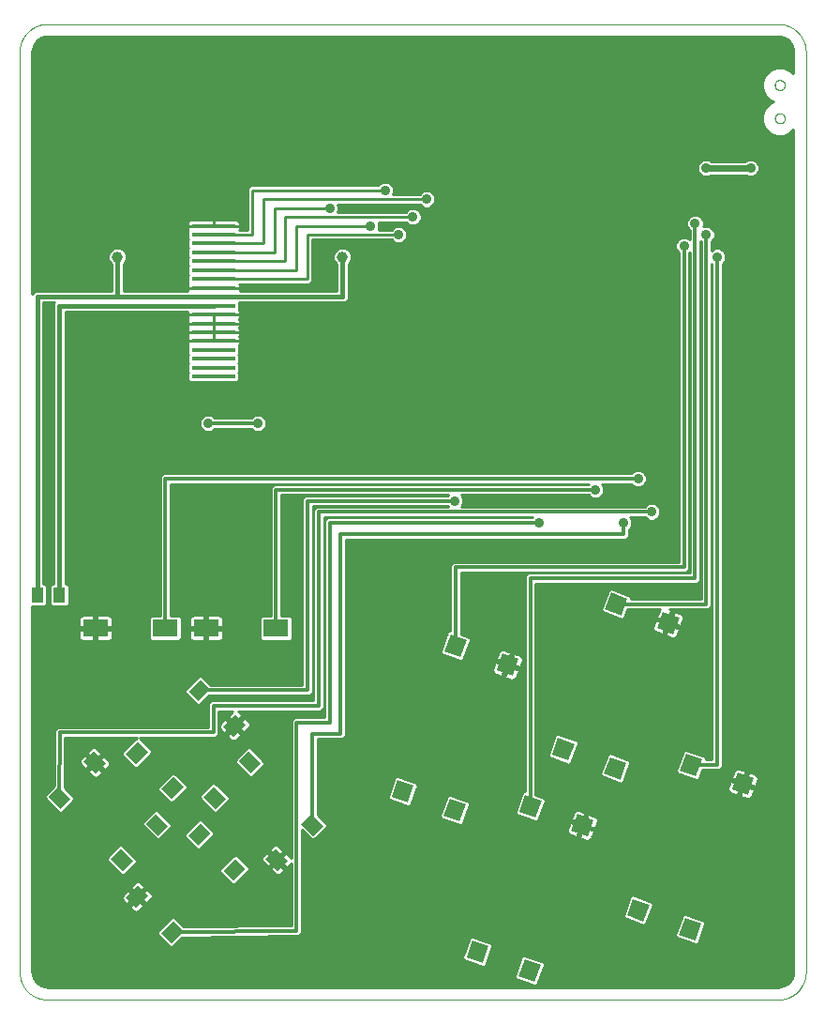
<source format=gtl>
G75*
%MOIN*%
%OFA0B0*%
%FSLAX25Y25*%
%IPPOS*%
%LPD*%
%AMOC8*
5,1,8,0,0,1.08239X$1,22.5*
%
%ADD10C,0.00000*%
%ADD11R,0.04331X0.05512*%
%ADD12R,0.15748X0.01575*%
%ADD13R,0.06299X0.06102*%
%ADD14R,0.09055X0.06299*%
%ADD15R,0.05118X0.06102*%
%ADD16C,0.01000*%
%ADD17C,0.03569*%
%ADD18C,0.01600*%
%ADD19C,0.03962*%
%ADD20C,0.01200*%
%ADD21C,0.02400*%
D10*
X0003248Y0011343D02*
X0003248Y0338114D01*
X0003251Y0338352D01*
X0003259Y0338590D01*
X0003274Y0338827D01*
X0003294Y0339064D01*
X0003320Y0339300D01*
X0003351Y0339536D01*
X0003388Y0339771D01*
X0003431Y0340005D01*
X0003480Y0340238D01*
X0003534Y0340470D01*
X0003594Y0340700D01*
X0003659Y0340929D01*
X0003730Y0341156D01*
X0003806Y0341381D01*
X0003888Y0341604D01*
X0003975Y0341826D01*
X0004067Y0342045D01*
X0004165Y0342262D01*
X0004267Y0342476D01*
X0004375Y0342688D01*
X0004489Y0342898D01*
X0004607Y0343104D01*
X0004730Y0343308D01*
X0004858Y0343508D01*
X0004990Y0343705D01*
X0005128Y0343900D01*
X0005270Y0344090D01*
X0005417Y0344278D01*
X0005568Y0344461D01*
X0005723Y0344641D01*
X0005883Y0344817D01*
X0006047Y0344989D01*
X0006216Y0345158D01*
X0006388Y0345322D01*
X0006564Y0345482D01*
X0006744Y0345637D01*
X0006927Y0345788D01*
X0007115Y0345935D01*
X0007305Y0346077D01*
X0007500Y0346215D01*
X0007697Y0346347D01*
X0007897Y0346475D01*
X0008101Y0346598D01*
X0008307Y0346716D01*
X0008517Y0346830D01*
X0008729Y0346938D01*
X0008943Y0347040D01*
X0009160Y0347138D01*
X0009379Y0347230D01*
X0009601Y0347317D01*
X0009824Y0347399D01*
X0010049Y0347475D01*
X0010276Y0347546D01*
X0010505Y0347611D01*
X0010735Y0347671D01*
X0010967Y0347725D01*
X0011200Y0347774D01*
X0011434Y0347817D01*
X0011669Y0347854D01*
X0011905Y0347885D01*
X0012141Y0347911D01*
X0012378Y0347931D01*
X0012615Y0347946D01*
X0012853Y0347954D01*
X0013091Y0347957D01*
X0272933Y0347957D01*
X0273171Y0347954D01*
X0273409Y0347946D01*
X0273646Y0347931D01*
X0273883Y0347911D01*
X0274119Y0347885D01*
X0274355Y0347854D01*
X0274590Y0347817D01*
X0274824Y0347774D01*
X0275057Y0347725D01*
X0275289Y0347671D01*
X0275519Y0347611D01*
X0275748Y0347546D01*
X0275975Y0347475D01*
X0276200Y0347399D01*
X0276423Y0347317D01*
X0276645Y0347230D01*
X0276864Y0347138D01*
X0277081Y0347040D01*
X0277295Y0346938D01*
X0277507Y0346830D01*
X0277717Y0346716D01*
X0277923Y0346598D01*
X0278127Y0346475D01*
X0278327Y0346347D01*
X0278524Y0346215D01*
X0278719Y0346077D01*
X0278909Y0345935D01*
X0279097Y0345788D01*
X0279280Y0345637D01*
X0279460Y0345482D01*
X0279636Y0345322D01*
X0279808Y0345158D01*
X0279977Y0344989D01*
X0280141Y0344817D01*
X0280301Y0344641D01*
X0280456Y0344461D01*
X0280607Y0344278D01*
X0280754Y0344090D01*
X0280896Y0343900D01*
X0281034Y0343705D01*
X0281166Y0343508D01*
X0281294Y0343308D01*
X0281417Y0343104D01*
X0281535Y0342898D01*
X0281649Y0342688D01*
X0281757Y0342476D01*
X0281859Y0342262D01*
X0281957Y0342045D01*
X0282049Y0341826D01*
X0282136Y0341604D01*
X0282218Y0341381D01*
X0282294Y0341156D01*
X0282365Y0340929D01*
X0282430Y0340700D01*
X0282490Y0340470D01*
X0282544Y0340238D01*
X0282593Y0340005D01*
X0282636Y0339771D01*
X0282673Y0339536D01*
X0282704Y0339300D01*
X0282730Y0339064D01*
X0282750Y0338827D01*
X0282765Y0338590D01*
X0282773Y0338352D01*
X0282776Y0338114D01*
X0282776Y0011343D01*
X0282773Y0011105D01*
X0282765Y0010867D01*
X0282750Y0010630D01*
X0282730Y0010393D01*
X0282704Y0010157D01*
X0282673Y0009921D01*
X0282636Y0009686D01*
X0282593Y0009452D01*
X0282544Y0009219D01*
X0282490Y0008987D01*
X0282430Y0008757D01*
X0282365Y0008528D01*
X0282294Y0008301D01*
X0282218Y0008076D01*
X0282136Y0007853D01*
X0282049Y0007631D01*
X0281957Y0007412D01*
X0281859Y0007195D01*
X0281757Y0006981D01*
X0281649Y0006769D01*
X0281535Y0006559D01*
X0281417Y0006353D01*
X0281294Y0006149D01*
X0281166Y0005949D01*
X0281034Y0005752D01*
X0280896Y0005557D01*
X0280754Y0005367D01*
X0280607Y0005179D01*
X0280456Y0004996D01*
X0280301Y0004816D01*
X0280141Y0004640D01*
X0279977Y0004468D01*
X0279808Y0004299D01*
X0279636Y0004135D01*
X0279460Y0003975D01*
X0279280Y0003820D01*
X0279097Y0003669D01*
X0278909Y0003522D01*
X0278719Y0003380D01*
X0278524Y0003242D01*
X0278327Y0003110D01*
X0278127Y0002982D01*
X0277923Y0002859D01*
X0277717Y0002741D01*
X0277507Y0002627D01*
X0277295Y0002519D01*
X0277081Y0002417D01*
X0276864Y0002319D01*
X0276645Y0002227D01*
X0276423Y0002140D01*
X0276200Y0002058D01*
X0275975Y0001982D01*
X0275748Y0001911D01*
X0275519Y0001846D01*
X0275289Y0001786D01*
X0275057Y0001732D01*
X0274824Y0001683D01*
X0274590Y0001640D01*
X0274355Y0001603D01*
X0274119Y0001572D01*
X0273883Y0001546D01*
X0273646Y0001526D01*
X0273409Y0001511D01*
X0273171Y0001503D01*
X0272933Y0001500D01*
X0013091Y0001500D01*
X0012853Y0001503D01*
X0012615Y0001511D01*
X0012378Y0001526D01*
X0012141Y0001546D01*
X0011905Y0001572D01*
X0011669Y0001603D01*
X0011434Y0001640D01*
X0011200Y0001683D01*
X0010967Y0001732D01*
X0010735Y0001786D01*
X0010505Y0001846D01*
X0010276Y0001911D01*
X0010049Y0001982D01*
X0009824Y0002058D01*
X0009601Y0002140D01*
X0009379Y0002227D01*
X0009160Y0002319D01*
X0008943Y0002417D01*
X0008729Y0002519D01*
X0008517Y0002627D01*
X0008307Y0002741D01*
X0008101Y0002859D01*
X0007897Y0002982D01*
X0007697Y0003110D01*
X0007500Y0003242D01*
X0007305Y0003380D01*
X0007115Y0003522D01*
X0006927Y0003669D01*
X0006744Y0003820D01*
X0006564Y0003975D01*
X0006388Y0004135D01*
X0006216Y0004299D01*
X0006047Y0004468D01*
X0005883Y0004640D01*
X0005723Y0004816D01*
X0005568Y0004996D01*
X0005417Y0005179D01*
X0005270Y0005367D01*
X0005128Y0005557D01*
X0004990Y0005752D01*
X0004858Y0005949D01*
X0004730Y0006149D01*
X0004607Y0006353D01*
X0004489Y0006559D01*
X0004375Y0006769D01*
X0004267Y0006981D01*
X0004165Y0007195D01*
X0004067Y0007412D01*
X0003975Y0007631D01*
X0003888Y0007853D01*
X0003806Y0008076D01*
X0003730Y0008301D01*
X0003659Y0008528D01*
X0003594Y0008757D01*
X0003534Y0008987D01*
X0003480Y0009219D01*
X0003431Y0009452D01*
X0003388Y0009686D01*
X0003351Y0009921D01*
X0003320Y0010157D01*
X0003294Y0010393D01*
X0003274Y0010630D01*
X0003259Y0010867D01*
X0003251Y0011105D01*
X0003248Y0011343D01*
X0271752Y0314492D02*
X0271754Y0314576D01*
X0271760Y0314659D01*
X0271770Y0314742D01*
X0271784Y0314825D01*
X0271801Y0314907D01*
X0271823Y0314988D01*
X0271848Y0315067D01*
X0271877Y0315146D01*
X0271910Y0315223D01*
X0271946Y0315298D01*
X0271986Y0315372D01*
X0272029Y0315444D01*
X0272076Y0315513D01*
X0272126Y0315580D01*
X0272179Y0315645D01*
X0272235Y0315707D01*
X0272293Y0315767D01*
X0272355Y0315824D01*
X0272419Y0315877D01*
X0272486Y0315928D01*
X0272555Y0315975D01*
X0272626Y0316020D01*
X0272699Y0316060D01*
X0272774Y0316097D01*
X0272851Y0316131D01*
X0272929Y0316161D01*
X0273008Y0316187D01*
X0273089Y0316210D01*
X0273171Y0316228D01*
X0273253Y0316243D01*
X0273336Y0316254D01*
X0273419Y0316261D01*
X0273503Y0316264D01*
X0273587Y0316263D01*
X0273670Y0316258D01*
X0273754Y0316249D01*
X0273836Y0316236D01*
X0273918Y0316220D01*
X0273999Y0316199D01*
X0274080Y0316175D01*
X0274158Y0316147D01*
X0274236Y0316115D01*
X0274312Y0316079D01*
X0274386Y0316040D01*
X0274458Y0315998D01*
X0274528Y0315952D01*
X0274596Y0315903D01*
X0274661Y0315851D01*
X0274724Y0315796D01*
X0274784Y0315738D01*
X0274842Y0315677D01*
X0274896Y0315613D01*
X0274948Y0315547D01*
X0274996Y0315479D01*
X0275041Y0315408D01*
X0275082Y0315335D01*
X0275121Y0315261D01*
X0275155Y0315185D01*
X0275186Y0315107D01*
X0275213Y0315028D01*
X0275237Y0314947D01*
X0275256Y0314866D01*
X0275272Y0314784D01*
X0275284Y0314701D01*
X0275292Y0314617D01*
X0275296Y0314534D01*
X0275296Y0314450D01*
X0275292Y0314367D01*
X0275284Y0314283D01*
X0275272Y0314200D01*
X0275256Y0314118D01*
X0275237Y0314037D01*
X0275213Y0313956D01*
X0275186Y0313877D01*
X0275155Y0313799D01*
X0275121Y0313723D01*
X0275082Y0313649D01*
X0275041Y0313576D01*
X0274996Y0313505D01*
X0274948Y0313437D01*
X0274896Y0313371D01*
X0274842Y0313307D01*
X0274784Y0313246D01*
X0274724Y0313188D01*
X0274661Y0313133D01*
X0274596Y0313081D01*
X0274528Y0313032D01*
X0274458Y0312986D01*
X0274386Y0312944D01*
X0274312Y0312905D01*
X0274236Y0312869D01*
X0274158Y0312837D01*
X0274080Y0312809D01*
X0273999Y0312785D01*
X0273918Y0312764D01*
X0273836Y0312748D01*
X0273754Y0312735D01*
X0273670Y0312726D01*
X0273587Y0312721D01*
X0273503Y0312720D01*
X0273419Y0312723D01*
X0273336Y0312730D01*
X0273253Y0312741D01*
X0273171Y0312756D01*
X0273089Y0312774D01*
X0273008Y0312797D01*
X0272929Y0312823D01*
X0272851Y0312853D01*
X0272774Y0312887D01*
X0272699Y0312924D01*
X0272626Y0312964D01*
X0272555Y0313009D01*
X0272486Y0313056D01*
X0272419Y0313107D01*
X0272355Y0313160D01*
X0272293Y0313217D01*
X0272235Y0313277D01*
X0272179Y0313339D01*
X0272126Y0313404D01*
X0272076Y0313471D01*
X0272029Y0313540D01*
X0271986Y0313612D01*
X0271946Y0313686D01*
X0271910Y0313761D01*
X0271877Y0313838D01*
X0271848Y0313917D01*
X0271823Y0313996D01*
X0271801Y0314077D01*
X0271784Y0314159D01*
X0271770Y0314242D01*
X0271760Y0314325D01*
X0271754Y0314408D01*
X0271752Y0314492D01*
X0271752Y0326303D02*
X0271754Y0326387D01*
X0271760Y0326470D01*
X0271770Y0326553D01*
X0271784Y0326636D01*
X0271801Y0326718D01*
X0271823Y0326799D01*
X0271848Y0326878D01*
X0271877Y0326957D01*
X0271910Y0327034D01*
X0271946Y0327109D01*
X0271986Y0327183D01*
X0272029Y0327255D01*
X0272076Y0327324D01*
X0272126Y0327391D01*
X0272179Y0327456D01*
X0272235Y0327518D01*
X0272293Y0327578D01*
X0272355Y0327635D01*
X0272419Y0327688D01*
X0272486Y0327739D01*
X0272555Y0327786D01*
X0272626Y0327831D01*
X0272699Y0327871D01*
X0272774Y0327908D01*
X0272851Y0327942D01*
X0272929Y0327972D01*
X0273008Y0327998D01*
X0273089Y0328021D01*
X0273171Y0328039D01*
X0273253Y0328054D01*
X0273336Y0328065D01*
X0273419Y0328072D01*
X0273503Y0328075D01*
X0273587Y0328074D01*
X0273670Y0328069D01*
X0273754Y0328060D01*
X0273836Y0328047D01*
X0273918Y0328031D01*
X0273999Y0328010D01*
X0274080Y0327986D01*
X0274158Y0327958D01*
X0274236Y0327926D01*
X0274312Y0327890D01*
X0274386Y0327851D01*
X0274458Y0327809D01*
X0274528Y0327763D01*
X0274596Y0327714D01*
X0274661Y0327662D01*
X0274724Y0327607D01*
X0274784Y0327549D01*
X0274842Y0327488D01*
X0274896Y0327424D01*
X0274948Y0327358D01*
X0274996Y0327290D01*
X0275041Y0327219D01*
X0275082Y0327146D01*
X0275121Y0327072D01*
X0275155Y0326996D01*
X0275186Y0326918D01*
X0275213Y0326839D01*
X0275237Y0326758D01*
X0275256Y0326677D01*
X0275272Y0326595D01*
X0275284Y0326512D01*
X0275292Y0326428D01*
X0275296Y0326345D01*
X0275296Y0326261D01*
X0275292Y0326178D01*
X0275284Y0326094D01*
X0275272Y0326011D01*
X0275256Y0325929D01*
X0275237Y0325848D01*
X0275213Y0325767D01*
X0275186Y0325688D01*
X0275155Y0325610D01*
X0275121Y0325534D01*
X0275082Y0325460D01*
X0275041Y0325387D01*
X0274996Y0325316D01*
X0274948Y0325248D01*
X0274896Y0325182D01*
X0274842Y0325118D01*
X0274784Y0325057D01*
X0274724Y0324999D01*
X0274661Y0324944D01*
X0274596Y0324892D01*
X0274528Y0324843D01*
X0274458Y0324797D01*
X0274386Y0324755D01*
X0274312Y0324716D01*
X0274236Y0324680D01*
X0274158Y0324648D01*
X0274080Y0324620D01*
X0273999Y0324596D01*
X0273918Y0324575D01*
X0273836Y0324559D01*
X0273754Y0324546D01*
X0273670Y0324537D01*
X0273587Y0324532D01*
X0273503Y0324531D01*
X0273419Y0324534D01*
X0273336Y0324541D01*
X0273253Y0324552D01*
X0273171Y0324567D01*
X0273089Y0324585D01*
X0273008Y0324608D01*
X0272929Y0324634D01*
X0272851Y0324664D01*
X0272774Y0324698D01*
X0272699Y0324735D01*
X0272626Y0324775D01*
X0272555Y0324820D01*
X0272486Y0324867D01*
X0272419Y0324918D01*
X0272355Y0324971D01*
X0272293Y0325028D01*
X0272235Y0325088D01*
X0272179Y0325150D01*
X0272126Y0325215D01*
X0272076Y0325282D01*
X0272029Y0325351D01*
X0271986Y0325423D01*
X0271946Y0325497D01*
X0271910Y0325572D01*
X0271877Y0325649D01*
X0271848Y0325728D01*
X0271823Y0325807D01*
X0271801Y0325888D01*
X0271784Y0325970D01*
X0271770Y0326053D01*
X0271760Y0326136D01*
X0271754Y0326219D01*
X0271752Y0326303D01*
D11*
X0017421Y0145201D03*
X0009547Y0145201D03*
D12*
X0072146Y0222760D03*
X0072146Y0225909D03*
X0072146Y0229059D03*
X0072146Y0232209D03*
X0072146Y0235358D03*
X0072146Y0238508D03*
X0072146Y0241657D03*
X0072146Y0244807D03*
X0072146Y0247957D03*
X0072146Y0251106D03*
X0072146Y0254256D03*
X0072146Y0257406D03*
X0072146Y0260555D03*
X0072146Y0263705D03*
X0072146Y0266854D03*
X0072146Y0270004D03*
X0072146Y0273154D03*
X0072146Y0276303D03*
D13*
G36*
X0162173Y0129107D02*
X0160018Y0123190D01*
X0154285Y0125277D01*
X0156440Y0131194D01*
X0162173Y0129107D01*
G37*
G36*
X0180671Y0122374D02*
X0178516Y0116457D01*
X0172783Y0118544D01*
X0174938Y0124461D01*
X0180671Y0122374D01*
G37*
G36*
X0200480Y0092308D02*
X0198325Y0086391D01*
X0192592Y0088478D01*
X0194747Y0094395D01*
X0200480Y0092308D01*
G37*
G36*
X0218977Y0085576D02*
X0216822Y0079659D01*
X0211089Y0081746D01*
X0213244Y0087663D01*
X0218977Y0085576D01*
G37*
G36*
X0207293Y0065284D02*
X0205138Y0059367D01*
X0199405Y0061454D01*
X0201560Y0067371D01*
X0207293Y0065284D01*
G37*
G36*
X0188795Y0072017D02*
X0186640Y0066100D01*
X0180907Y0068187D01*
X0183062Y0074104D01*
X0188795Y0072017D01*
G37*
G36*
X0161887Y0070765D02*
X0159732Y0064848D01*
X0153999Y0066935D01*
X0156154Y0072852D01*
X0161887Y0070765D01*
G37*
G36*
X0143389Y0077498D02*
X0141234Y0071581D01*
X0135501Y0073668D01*
X0137656Y0079585D01*
X0143389Y0077498D01*
G37*
G36*
X0170011Y0020407D02*
X0167856Y0014490D01*
X0162123Y0016577D01*
X0164278Y0022494D01*
X0170011Y0020407D01*
G37*
G36*
X0188509Y0013675D02*
X0186354Y0007758D01*
X0180621Y0009845D01*
X0182776Y0015762D01*
X0188509Y0013675D01*
G37*
G36*
X0227101Y0035218D02*
X0224946Y0029301D01*
X0219213Y0031388D01*
X0221368Y0037305D01*
X0227101Y0035218D01*
G37*
G36*
X0245599Y0028485D02*
X0243444Y0022568D01*
X0237711Y0024655D01*
X0239866Y0030572D01*
X0245599Y0028485D01*
G37*
G36*
X0264383Y0080094D02*
X0262228Y0074177D01*
X0256495Y0076264D01*
X0258650Y0082181D01*
X0264383Y0080094D01*
G37*
G36*
X0245885Y0086827D02*
X0243730Y0080910D01*
X0237997Y0082997D01*
X0240152Y0088914D01*
X0245885Y0086827D01*
G37*
G36*
X0237762Y0137185D02*
X0235607Y0131268D01*
X0229874Y0133355D01*
X0232029Y0139272D01*
X0237762Y0137185D01*
G37*
G36*
X0219264Y0143917D02*
X0217109Y0138000D01*
X0211376Y0140087D01*
X0213531Y0146004D01*
X0219264Y0143917D01*
G37*
D14*
X0094390Y0133390D03*
X0069587Y0133390D03*
X0055020Y0133390D03*
X0030217Y0133390D03*
D15*
G36*
X0045320Y0093183D02*
X0048939Y0089564D01*
X0044626Y0085251D01*
X0041007Y0088870D01*
X0045320Y0093183D01*
G37*
G36*
X0025976Y0086106D02*
X0029595Y0089725D01*
X0033908Y0085412D01*
X0030289Y0081793D01*
X0025976Y0086106D01*
G37*
G36*
X0013448Y0073578D02*
X0017067Y0077197D01*
X0021380Y0072884D01*
X0017761Y0069265D01*
X0013448Y0073578D01*
G37*
G36*
X0035580Y0051446D02*
X0039199Y0055065D01*
X0043512Y0050752D01*
X0039893Y0047133D01*
X0035580Y0051446D01*
G37*
G36*
X0044626Y0034070D02*
X0041007Y0037689D01*
X0045320Y0042002D01*
X0048939Y0038383D01*
X0044626Y0034070D01*
G37*
G36*
X0057154Y0021543D02*
X0053535Y0025162D01*
X0057848Y0029475D01*
X0061467Y0025856D01*
X0057154Y0021543D01*
G37*
G36*
X0079286Y0043675D02*
X0075667Y0047294D01*
X0079980Y0051607D01*
X0083599Y0047988D01*
X0079286Y0043675D01*
G37*
G36*
X0066758Y0056202D02*
X0063139Y0059821D01*
X0067452Y0064134D01*
X0071071Y0060515D01*
X0066758Y0056202D01*
G37*
G36*
X0048108Y0063974D02*
X0051727Y0067593D01*
X0056040Y0063280D01*
X0052421Y0059661D01*
X0048108Y0063974D01*
G37*
G36*
X0057848Y0080656D02*
X0061467Y0077037D01*
X0057154Y0072724D01*
X0053535Y0076343D01*
X0057848Y0080656D01*
G37*
G36*
X0076499Y0072884D02*
X0072880Y0069265D01*
X0068567Y0073578D01*
X0072186Y0077197D01*
X0076499Y0072884D01*
G37*
G36*
X0089026Y0085412D02*
X0085407Y0081793D01*
X0081094Y0086106D01*
X0084713Y0089725D01*
X0089026Y0085412D01*
G37*
G36*
X0079980Y0102788D02*
X0083599Y0099169D01*
X0079286Y0094856D01*
X0075667Y0098475D01*
X0079980Y0102788D01*
G37*
G36*
X0067452Y0115315D02*
X0071071Y0111696D01*
X0066758Y0107383D01*
X0063139Y0111002D01*
X0067452Y0115315D01*
G37*
G36*
X0111158Y0063280D02*
X0107539Y0059661D01*
X0103226Y0063974D01*
X0106845Y0067593D01*
X0111158Y0063280D01*
G37*
G36*
X0098630Y0050752D02*
X0095011Y0047133D01*
X0090698Y0051446D01*
X0094317Y0055065D01*
X0098630Y0050752D01*
G37*
D16*
X0008852Y0008090D02*
X0008155Y0009298D01*
X0007794Y0010645D01*
X0007748Y0011343D01*
X0007748Y0141145D01*
X0012251Y0141145D01*
X0013013Y0141906D01*
X0013013Y0148495D01*
X0012251Y0149257D01*
X0011647Y0149257D01*
X0011647Y0249006D01*
X0015501Y0249006D01*
X0015321Y0248827D01*
X0015321Y0149257D01*
X0014717Y0149257D01*
X0013956Y0148495D01*
X0013956Y0141906D01*
X0014717Y0141145D01*
X0020125Y0141145D01*
X0020887Y0141906D01*
X0020887Y0148495D01*
X0020125Y0149257D01*
X0019521Y0149257D01*
X0019521Y0245857D01*
X0062789Y0245857D01*
X0062772Y0245792D01*
X0062772Y0244807D01*
X0062772Y0243822D01*
X0062874Y0243441D01*
X0062994Y0243232D01*
X0062874Y0243024D01*
X0062772Y0242642D01*
X0062772Y0241658D01*
X0072146Y0241658D01*
X0072146Y0241658D01*
X0072146Y0244807D01*
X0072146Y0244807D01*
X0081520Y0244807D01*
X0081520Y0243822D01*
X0081417Y0243441D01*
X0081297Y0243232D01*
X0081417Y0243024D01*
X0081520Y0242642D01*
X0081520Y0241658D01*
X0072146Y0241658D01*
X0072146Y0241657D01*
X0072146Y0238508D01*
X0081520Y0238508D01*
X0081520Y0239493D01*
X0081417Y0239874D01*
X0081297Y0240083D01*
X0081417Y0240291D01*
X0081520Y0240673D01*
X0081520Y0241657D01*
X0072146Y0241657D01*
X0072146Y0241657D01*
X0072146Y0240795D01*
X0072146Y0238508D01*
X0072146Y0238508D01*
X0081520Y0238508D01*
X0081520Y0237523D01*
X0081417Y0237141D01*
X0081297Y0236933D01*
X0081417Y0236725D01*
X0081520Y0236343D01*
X0081520Y0235358D01*
X0072146Y0235358D01*
X0072146Y0235358D01*
X0081520Y0235358D01*
X0081520Y0234373D01*
X0081417Y0233992D01*
X0081220Y0233650D01*
X0081212Y0233642D01*
X0081320Y0233535D01*
X0081320Y0230883D01*
X0081071Y0230634D01*
X0081320Y0230385D01*
X0081320Y0227733D01*
X0081071Y0227484D01*
X0081320Y0227235D01*
X0081320Y0224584D01*
X0081071Y0224335D01*
X0081320Y0224086D01*
X0081320Y0221434D01*
X0080558Y0220672D01*
X0063733Y0220672D01*
X0062972Y0221434D01*
X0062972Y0224086D01*
X0063221Y0224335D01*
X0062972Y0224584D01*
X0062972Y0227235D01*
X0063221Y0227484D01*
X0062972Y0227733D01*
X0062972Y0230385D01*
X0063221Y0230634D01*
X0062972Y0230883D01*
X0062972Y0233535D01*
X0063079Y0233642D01*
X0063071Y0233650D01*
X0062874Y0233992D01*
X0062772Y0234373D01*
X0062772Y0235358D01*
X0072146Y0235358D01*
X0072146Y0235358D01*
X0072146Y0238508D01*
X0072146Y0238508D01*
X0072146Y0238508D01*
X0072146Y0238508D01*
X0062772Y0238508D01*
X0062772Y0239493D01*
X0062874Y0239874D01*
X0062994Y0240083D01*
X0062874Y0240291D01*
X0062772Y0240673D01*
X0062772Y0241657D01*
X0072146Y0241657D01*
X0072146Y0241658D01*
X0072146Y0243945D01*
X0072146Y0244807D01*
X0081520Y0244807D01*
X0081520Y0245792D01*
X0081417Y0246173D01*
X0081220Y0246516D01*
X0081212Y0246523D01*
X0081320Y0246631D01*
X0081320Y0249006D01*
X0118870Y0249006D01*
X0120100Y0250236D01*
X0120100Y0262739D01*
X0120782Y0263421D01*
X0121281Y0264627D01*
X0121281Y0265932D01*
X0120782Y0267138D01*
X0119859Y0268061D01*
X0118653Y0268561D01*
X0117347Y0268561D01*
X0116141Y0268061D01*
X0115218Y0267138D01*
X0114719Y0265932D01*
X0114719Y0264627D01*
X0115218Y0263421D01*
X0115900Y0262739D01*
X0115900Y0253206D01*
X0081502Y0253206D01*
X0081520Y0253271D01*
X0081520Y0254256D01*
X0081520Y0255241D01*
X0081422Y0255606D01*
X0106356Y0255606D01*
X0107410Y0256660D01*
X0107410Y0271354D01*
X0135438Y0271354D01*
X0136253Y0270539D01*
X0137386Y0270069D01*
X0138613Y0270069D01*
X0139747Y0270539D01*
X0140615Y0271406D01*
X0141084Y0272540D01*
X0141084Y0273767D01*
X0140615Y0274901D01*
X0139747Y0275768D01*
X0138613Y0276238D01*
X0137386Y0276238D01*
X0136253Y0275768D01*
X0135438Y0274954D01*
X0130779Y0274954D01*
X0131084Y0275690D01*
X0131084Y0276917D01*
X0130779Y0277653D01*
X0140450Y0277653D01*
X0141265Y0276838D01*
X0142398Y0276369D01*
X0143625Y0276369D01*
X0144759Y0276838D01*
X0145627Y0277706D01*
X0146096Y0278839D01*
X0146096Y0280066D01*
X0145627Y0281200D01*
X0144759Y0282067D01*
X0143625Y0282537D01*
X0142398Y0282537D01*
X0141265Y0282067D01*
X0140450Y0281253D01*
X0116264Y0281253D01*
X0116568Y0281989D01*
X0116568Y0283216D01*
X0116264Y0283952D01*
X0145438Y0283952D01*
X0146253Y0283137D01*
X0147386Y0282668D01*
X0148613Y0282668D01*
X0149747Y0283137D01*
X0150615Y0284005D01*
X0151084Y0285138D01*
X0151084Y0286365D01*
X0150615Y0287499D01*
X0149747Y0288367D01*
X0148613Y0288836D01*
X0147386Y0288836D01*
X0146253Y0288367D01*
X0145438Y0287552D01*
X0135949Y0287552D01*
X0136254Y0288288D01*
X0136254Y0289515D01*
X0135784Y0290649D01*
X0134916Y0291516D01*
X0133783Y0291986D01*
X0132556Y0291986D01*
X0131422Y0291516D01*
X0130607Y0290702D01*
X0085180Y0290702D01*
X0084125Y0289647D01*
X0084125Y0274954D01*
X0081422Y0274954D01*
X0081520Y0275318D01*
X0081520Y0276303D01*
X0072146Y0276303D01*
X0072146Y0276303D01*
X0081520Y0276303D01*
X0081520Y0277288D01*
X0081417Y0277670D01*
X0081220Y0278012D01*
X0080941Y0278291D01*
X0080599Y0278488D01*
X0080217Y0278591D01*
X0072146Y0278591D01*
X0072146Y0276303D01*
X0072146Y0276303D01*
X0062772Y0276303D01*
X0062772Y0275318D01*
X0062874Y0274937D01*
X0063071Y0274595D01*
X0063079Y0274587D01*
X0062972Y0274479D01*
X0062972Y0271828D01*
X0063221Y0271579D01*
X0062972Y0271330D01*
X0062972Y0268678D01*
X0063221Y0268429D01*
X0062972Y0268180D01*
X0062972Y0265528D01*
X0063221Y0265280D01*
X0062972Y0265031D01*
X0062972Y0262379D01*
X0063221Y0262130D01*
X0062972Y0261881D01*
X0062972Y0259229D01*
X0063221Y0258980D01*
X0062972Y0258731D01*
X0062972Y0256080D01*
X0063079Y0255972D01*
X0063071Y0255964D01*
X0062874Y0255622D01*
X0062772Y0255241D01*
X0062772Y0254256D01*
X0072146Y0254256D01*
X0081520Y0254256D01*
X0072146Y0254256D01*
X0072146Y0254256D01*
X0072146Y0254256D01*
X0062772Y0254256D01*
X0062772Y0253271D01*
X0062789Y0253206D01*
X0040100Y0253206D01*
X0040100Y0262739D01*
X0040782Y0263421D01*
X0041281Y0264627D01*
X0041281Y0265932D01*
X0040782Y0267138D01*
X0039859Y0268061D01*
X0038653Y0268561D01*
X0037347Y0268561D01*
X0036141Y0268061D01*
X0035218Y0267138D01*
X0034719Y0265932D01*
X0034719Y0264627D01*
X0035218Y0263421D01*
X0035900Y0262739D01*
X0035900Y0253206D01*
X0008677Y0253206D01*
X0007748Y0252277D01*
X0007748Y0338114D01*
X0007794Y0338812D01*
X0008155Y0340159D01*
X0008852Y0341366D01*
X0009838Y0342353D01*
X0011046Y0343050D01*
X0012393Y0343411D01*
X0013091Y0343457D01*
X0272933Y0343457D01*
X0273630Y0343411D01*
X0274978Y0343050D01*
X0276185Y0342353D01*
X0277172Y0341366D01*
X0277869Y0340159D01*
X0278230Y0338812D01*
X0278276Y0338114D01*
X0278276Y0330421D01*
X0277076Y0331620D01*
X0274771Y0332575D01*
X0272276Y0332575D01*
X0269971Y0331620D01*
X0268207Y0329856D01*
X0267252Y0327551D01*
X0267252Y0325056D01*
X0268207Y0322751D01*
X0269971Y0320986D01*
X0271392Y0320398D01*
X0269971Y0319809D01*
X0268207Y0318045D01*
X0267252Y0315740D01*
X0267252Y0313245D01*
X0268207Y0310940D01*
X0269971Y0309175D01*
X0272276Y0308220D01*
X0274771Y0308220D01*
X0277076Y0309175D01*
X0278276Y0310375D01*
X0278276Y0011343D01*
X0278230Y0010645D01*
X0277869Y0009298D01*
X0277869Y0009298D01*
X0277172Y0008090D01*
X0276185Y0007104D01*
X0274978Y0006407D01*
X0273630Y0006046D01*
X0272933Y0006000D01*
X0013091Y0006000D01*
X0012393Y0006046D01*
X0011046Y0006407D01*
X0009838Y0007104D01*
X0008852Y0008090D01*
X0008621Y0008490D02*
X0180540Y0008490D01*
X0179670Y0008806D02*
X0186416Y0006351D01*
X0187392Y0006806D01*
X0189915Y0013737D01*
X0189460Y0014713D01*
X0182713Y0017169D01*
X0181737Y0016714D01*
X0179215Y0009782D01*
X0179670Y0008806D01*
X0179352Y0009488D02*
X0008104Y0009488D01*
X0007836Y0010487D02*
X0179471Y0010487D01*
X0179834Y0011485D02*
X0007748Y0011485D01*
X0007748Y0012484D02*
X0180198Y0012484D01*
X0180561Y0013482D02*
X0168773Y0013482D01*
X0168894Y0013539D02*
X0171417Y0020470D01*
X0170962Y0021446D01*
X0164216Y0023901D01*
X0163240Y0023446D01*
X0160717Y0016515D01*
X0161172Y0015539D01*
X0167918Y0013083D01*
X0168894Y0013539D01*
X0169237Y0014481D02*
X0180925Y0014481D01*
X0181288Y0015479D02*
X0169601Y0015479D01*
X0169964Y0016478D02*
X0181652Y0016478D01*
X0184612Y0016478D02*
X0278276Y0016478D01*
X0278276Y0017476D02*
X0170327Y0017476D01*
X0170691Y0018475D02*
X0278276Y0018475D01*
X0278276Y0019473D02*
X0171054Y0019473D01*
X0171416Y0020472D02*
X0278276Y0020472D01*
X0278276Y0021470D02*
X0244169Y0021470D01*
X0244482Y0021616D02*
X0247005Y0028548D01*
X0246550Y0029524D01*
X0239804Y0031979D01*
X0238828Y0031524D01*
X0236305Y0024593D01*
X0236760Y0023617D01*
X0243506Y0021161D01*
X0244482Y0021616D01*
X0244793Y0022469D02*
X0278276Y0022469D01*
X0278276Y0023467D02*
X0245156Y0023467D01*
X0245519Y0024466D02*
X0278276Y0024466D01*
X0278276Y0025464D02*
X0245883Y0025464D01*
X0246246Y0026463D02*
X0278276Y0026463D01*
X0278276Y0027461D02*
X0246610Y0027461D01*
X0246973Y0028460D02*
X0278276Y0028460D01*
X0278276Y0029458D02*
X0246581Y0029458D01*
X0243987Y0030457D02*
X0278276Y0030457D01*
X0278276Y0031455D02*
X0241243Y0031455D01*
X0238803Y0031455D02*
X0227115Y0031455D01*
X0226752Y0030457D02*
X0238439Y0030457D01*
X0238076Y0029458D02*
X0226388Y0029458D01*
X0226025Y0028460D02*
X0237712Y0028460D01*
X0237349Y0027461D02*
X0103573Y0027461D01*
X0103573Y0026463D02*
X0236985Y0026463D01*
X0236622Y0025464D02*
X0103577Y0025464D01*
X0103580Y0025133D02*
X0103573Y0025911D01*
X0103573Y0061788D01*
X0107001Y0058360D01*
X0108078Y0058360D01*
X0112459Y0062740D01*
X0112459Y0063817D01*
X0109092Y0067184D01*
X0109092Y0094088D01*
X0118208Y0094088D01*
X0119321Y0095201D01*
X0119321Y0164954D01*
X0218787Y0164954D01*
X0219900Y0166067D01*
X0219900Y0168330D01*
X0220615Y0169044D01*
X0221084Y0170178D01*
X0221084Y0171405D01*
X0220615Y0172538D01*
X0220325Y0172828D01*
X0225538Y0172828D01*
X0226253Y0172114D01*
X0227386Y0171644D01*
X0228613Y0171644D01*
X0229747Y0172114D01*
X0230615Y0172981D01*
X0231084Y0174115D01*
X0231084Y0175342D01*
X0230615Y0176475D01*
X0229747Y0177343D01*
X0228613Y0177813D01*
X0227386Y0177813D01*
X0226253Y0177343D01*
X0225538Y0176628D01*
X0160325Y0176628D01*
X0160615Y0176918D01*
X0161084Y0178052D01*
X0161084Y0179279D01*
X0160615Y0180412D01*
X0160325Y0180702D01*
X0205511Y0180702D01*
X0206225Y0179988D01*
X0207359Y0179518D01*
X0208586Y0179518D01*
X0209720Y0179988D01*
X0210587Y0180855D01*
X0211057Y0181989D01*
X0211057Y0183216D01*
X0210587Y0184349D01*
X0210297Y0184639D01*
X0220668Y0184639D01*
X0221383Y0183925D01*
X0222516Y0183455D01*
X0223743Y0183455D01*
X0224877Y0183925D01*
X0225745Y0184792D01*
X0226214Y0185926D01*
X0226214Y0187153D01*
X0225745Y0188286D01*
X0224877Y0189154D01*
X0223743Y0189624D01*
X0222516Y0189624D01*
X0221383Y0189154D01*
X0220668Y0188439D01*
X0054233Y0188439D01*
X0053120Y0187326D01*
X0053120Y0137839D01*
X0049954Y0137839D01*
X0049192Y0137078D01*
X0049192Y0129702D01*
X0049954Y0128940D01*
X0060086Y0128940D01*
X0060847Y0129702D01*
X0060847Y0137078D01*
X0060086Y0137839D01*
X0056920Y0137839D01*
X0056920Y0184639D01*
X0205648Y0184639D01*
X0205511Y0184502D01*
X0093603Y0184502D01*
X0092490Y0183389D01*
X0092490Y0137839D01*
X0089324Y0137839D01*
X0088562Y0137078D01*
X0088562Y0129702D01*
X0089324Y0128940D01*
X0099456Y0128940D01*
X0100217Y0129702D01*
X0100217Y0137078D01*
X0099456Y0137839D01*
X0096290Y0137839D01*
X0096290Y0180702D01*
X0155675Y0180702D01*
X0155538Y0180565D01*
X0104823Y0180565D01*
X0103710Y0179452D01*
X0103710Y0113249D01*
X0071359Y0113249D01*
X0067992Y0116616D01*
X0066915Y0116616D01*
X0061838Y0111540D01*
X0061838Y0110463D01*
X0066219Y0106082D01*
X0067296Y0106082D01*
X0070663Y0109449D01*
X0106397Y0109449D01*
X0107510Y0110562D01*
X0107510Y0176765D01*
X0155538Y0176765D01*
X0155675Y0176628D01*
X0108760Y0176628D01*
X0107647Y0175515D01*
X0107647Y0107731D01*
X0071359Y0107731D01*
X0070246Y0106618D01*
X0070246Y0098282D01*
X0017518Y0098282D01*
X0016734Y0098285D01*
X0016731Y0098282D01*
X0016726Y0098282D01*
X0016173Y0097729D01*
X0015616Y0097177D01*
X0015616Y0097172D01*
X0015613Y0097169D01*
X0015613Y0096387D01*
X0015533Y0077503D01*
X0012147Y0074118D01*
X0012147Y0073041D01*
X0017224Y0067964D01*
X0018301Y0067964D01*
X0022681Y0072345D01*
X0022681Y0073422D01*
X0019329Y0076774D01*
X0019405Y0094482D01*
X0044780Y0094482D01*
X0039706Y0089408D01*
X0039706Y0088331D01*
X0044087Y0083950D01*
X0045164Y0083950D01*
X0050240Y0089027D01*
X0050240Y0090104D01*
X0045863Y0094482D01*
X0072933Y0094482D01*
X0074046Y0095595D01*
X0074046Y0103931D01*
X0079001Y0103931D01*
X0077116Y0102046D01*
X0079633Y0099529D01*
X0082497Y0102394D01*
X0080960Y0103931D01*
X0110334Y0103931D01*
X0111447Y0105044D01*
X0111447Y0106618D01*
X0111447Y0172828D01*
X0185675Y0172828D01*
X0185538Y0172691D01*
X0112697Y0172691D01*
X0111584Y0171578D01*
X0111584Y0101825D01*
X0100886Y0101825D01*
X0099773Y0100712D01*
X0099773Y0051731D01*
X0097888Y0053616D01*
X0095372Y0051099D01*
X0095371Y0051099D02*
X0098236Y0048235D01*
X0099773Y0049772D01*
X0099773Y0027786D01*
X0061717Y0027447D01*
X0058387Y0030776D01*
X0057310Y0030776D01*
X0052234Y0025699D01*
X0052234Y0024622D01*
X0056614Y0020242D01*
X0057691Y0020242D01*
X0061090Y0023641D01*
X0101682Y0024003D01*
X0102460Y0024003D01*
X0102467Y0024010D01*
X0102477Y0024010D01*
X0103023Y0024566D01*
X0103573Y0025116D01*
X0103573Y0025125D01*
X0103580Y0025133D01*
X0102925Y0024466D02*
X0236364Y0024466D01*
X0237171Y0023467D02*
X0165408Y0023467D01*
X0163285Y0023467D02*
X0060917Y0023467D01*
X0059918Y0022469D02*
X0162884Y0022469D01*
X0162520Y0021470D02*
X0058920Y0021470D01*
X0057921Y0020472D02*
X0162157Y0020472D01*
X0161793Y0019473D02*
X0007748Y0019473D01*
X0007748Y0018475D02*
X0161430Y0018475D01*
X0161067Y0017476D02*
X0007748Y0017476D01*
X0007748Y0016478D02*
X0160734Y0016478D01*
X0161336Y0015479D02*
X0007748Y0015479D01*
X0007748Y0014481D02*
X0164079Y0014481D01*
X0166823Y0013482D02*
X0007748Y0013482D01*
X0009451Y0007491D02*
X0183283Y0007491D01*
X0186026Y0006493D02*
X0010897Y0006493D01*
X0007748Y0020472D02*
X0056385Y0020472D01*
X0055386Y0021470D02*
X0007748Y0021470D01*
X0007748Y0022469D02*
X0054388Y0022469D01*
X0053389Y0023467D02*
X0007748Y0023467D01*
X0007748Y0024466D02*
X0052391Y0024466D01*
X0052234Y0025464D02*
X0007748Y0025464D01*
X0007748Y0026463D02*
X0052997Y0026463D01*
X0053996Y0027461D02*
X0007748Y0027461D01*
X0007748Y0028460D02*
X0054994Y0028460D01*
X0055993Y0029458D02*
X0007748Y0029458D01*
X0007748Y0030457D02*
X0056991Y0030457D01*
X0058706Y0030457D02*
X0099773Y0030457D01*
X0099773Y0031455D02*
X0007748Y0031455D01*
X0007748Y0032454D02*
X0099773Y0032454D01*
X0099773Y0033452D02*
X0046130Y0033452D01*
X0045546Y0032869D02*
X0047490Y0034813D01*
X0044973Y0037329D01*
X0042109Y0034465D01*
X0043704Y0032869D01*
X0044046Y0032672D01*
X0044428Y0032569D01*
X0044823Y0032569D01*
X0045204Y0032672D01*
X0045546Y0032869D01*
X0047128Y0034451D02*
X0099773Y0034451D01*
X0099773Y0035449D02*
X0046853Y0035449D01*
X0047269Y0036448D02*
X0045855Y0036448D01*
X0046270Y0037446D02*
X0045091Y0037446D01*
X0044973Y0037329D02*
X0045681Y0038036D01*
X0048197Y0035520D01*
X0050141Y0037463D01*
X0050338Y0037805D01*
X0050440Y0038187D01*
X0050440Y0038582D01*
X0050338Y0038963D01*
X0050141Y0039305D01*
X0048545Y0040901D01*
X0045681Y0038036D01*
X0044973Y0038743D01*
X0044266Y0038036D01*
X0044973Y0037329D01*
X0044856Y0037446D02*
X0043676Y0037446D01*
X0044266Y0038036D02*
X0041402Y0035172D01*
X0039806Y0036767D01*
X0039609Y0037109D01*
X0039506Y0037491D01*
X0039506Y0037886D01*
X0039609Y0038267D01*
X0039806Y0038609D01*
X0041750Y0040553D01*
X0044266Y0038036D01*
X0043858Y0038445D02*
X0044675Y0038445D01*
X0044973Y0038743D02*
X0042457Y0041260D01*
X0044400Y0043204D01*
X0044742Y0043401D01*
X0045124Y0043503D01*
X0045519Y0043503D01*
X0045900Y0043401D01*
X0046242Y0043204D01*
X0047838Y0041608D01*
X0044973Y0038743D01*
X0045272Y0038445D02*
X0046089Y0038445D01*
X0045673Y0039443D02*
X0047088Y0039443D01*
X0046672Y0040442D02*
X0048086Y0040442D01*
X0049004Y0040442D02*
X0099773Y0040442D01*
X0099773Y0041440D02*
X0047670Y0041440D01*
X0047007Y0042439D02*
X0078681Y0042439D01*
X0078746Y0042374D02*
X0079823Y0042374D01*
X0084900Y0047450D01*
X0084900Y0048527D01*
X0080519Y0052908D01*
X0079442Y0052908D01*
X0074366Y0047831D01*
X0074366Y0046754D01*
X0078746Y0042374D01*
X0079889Y0042439D02*
X0099773Y0042439D01*
X0099773Y0043437D02*
X0080887Y0043437D01*
X0081886Y0044436D02*
X0099773Y0044436D01*
X0099773Y0045434D02*
X0082884Y0045434D01*
X0083883Y0046433D02*
X0093590Y0046433D01*
X0094091Y0045932D02*
X0092148Y0047876D01*
X0094664Y0050392D01*
X0093957Y0051099D01*
X0091441Y0048583D01*
X0089497Y0050526D01*
X0089300Y0050868D01*
X0089197Y0051250D01*
X0089197Y0051645D01*
X0089300Y0052026D01*
X0089497Y0052368D01*
X0091093Y0053964D01*
X0093957Y0051099D01*
X0094664Y0051807D01*
X0091800Y0054671D01*
X0093395Y0056267D01*
X0093737Y0056464D01*
X0094119Y0056566D01*
X0094514Y0056566D01*
X0094895Y0056464D01*
X0095237Y0056267D01*
X0097181Y0054323D01*
X0094664Y0051807D01*
X0095372Y0051099D01*
X0095371Y0051099D02*
X0094664Y0050392D01*
X0097529Y0047528D01*
X0095933Y0045932D01*
X0095591Y0045735D01*
X0095210Y0045632D01*
X0094815Y0045632D01*
X0094433Y0045735D01*
X0094091Y0045932D01*
X0092592Y0047432D02*
X0084881Y0047432D01*
X0084900Y0048430D02*
X0092702Y0048430D01*
X0092286Y0049429D02*
X0093701Y0049429D01*
X0093285Y0050427D02*
X0094630Y0050427D01*
X0094699Y0050427D02*
X0096044Y0050427D01*
X0095698Y0051426D02*
X0095045Y0051426D01*
X0094283Y0051426D02*
X0093631Y0051426D01*
X0094047Y0052424D02*
X0092633Y0052424D01*
X0093048Y0053423D02*
X0091634Y0053423D01*
X0092050Y0054421D02*
X0041682Y0054421D01*
X0040684Y0055420D02*
X0065700Y0055420D01*
X0066219Y0054901D02*
X0061838Y0059282D01*
X0061838Y0060359D01*
X0066915Y0065435D01*
X0067992Y0065435D01*
X0072372Y0061055D01*
X0072372Y0059978D01*
X0067296Y0054901D01*
X0066219Y0054901D01*
X0067814Y0055420D02*
X0092548Y0055420D01*
X0093658Y0056418D02*
X0068813Y0056418D01*
X0069811Y0057417D02*
X0099773Y0057417D01*
X0099773Y0058415D02*
X0070810Y0058415D01*
X0071808Y0059414D02*
X0099773Y0059414D01*
X0099773Y0060412D02*
X0072372Y0060412D01*
X0072016Y0061411D02*
X0099773Y0061411D01*
X0099773Y0062409D02*
X0071018Y0062409D01*
X0070019Y0063408D02*
X0099773Y0063408D01*
X0099773Y0064406D02*
X0069021Y0064406D01*
X0068022Y0065405D02*
X0099773Y0065405D01*
X0099773Y0066403D02*
X0054755Y0066403D01*
X0055753Y0065405D02*
X0066884Y0065405D01*
X0065886Y0064406D02*
X0056752Y0064406D01*
X0057341Y0063817D02*
X0052264Y0068894D01*
X0051187Y0068894D01*
X0046807Y0064513D01*
X0046807Y0063436D01*
X0051883Y0058360D01*
X0052960Y0058360D01*
X0057341Y0062740D01*
X0057341Y0063817D01*
X0057341Y0063408D02*
X0064887Y0063408D01*
X0063889Y0062409D02*
X0057010Y0062409D01*
X0056011Y0061411D02*
X0062890Y0061411D01*
X0061892Y0060412D02*
X0055012Y0060412D01*
X0054014Y0059414D02*
X0061838Y0059414D01*
X0062705Y0058415D02*
X0053015Y0058415D01*
X0051828Y0058415D02*
X0007748Y0058415D01*
X0007748Y0057417D02*
X0063703Y0057417D01*
X0064702Y0056418D02*
X0007748Y0056418D01*
X0007748Y0055420D02*
X0037713Y0055420D01*
X0038660Y0056366D02*
X0034279Y0051986D01*
X0034279Y0050909D01*
X0039356Y0045832D01*
X0040433Y0045832D01*
X0044813Y0050213D01*
X0044813Y0051290D01*
X0039737Y0056366D01*
X0038660Y0056366D01*
X0036714Y0054421D02*
X0007748Y0054421D01*
X0007748Y0053423D02*
X0035716Y0053423D01*
X0034717Y0052424D02*
X0007748Y0052424D01*
X0007748Y0051426D02*
X0034279Y0051426D01*
X0034761Y0050427D02*
X0007748Y0050427D01*
X0007748Y0049429D02*
X0035760Y0049429D01*
X0036758Y0048430D02*
X0007748Y0048430D01*
X0007748Y0047432D02*
X0037757Y0047432D01*
X0038755Y0046433D02*
X0007748Y0046433D01*
X0007748Y0045434D02*
X0075686Y0045434D01*
X0076684Y0044436D02*
X0007748Y0044436D01*
X0007748Y0043437D02*
X0044878Y0043437D01*
X0045765Y0043437D02*
X0077683Y0043437D01*
X0074687Y0046433D02*
X0041033Y0046433D01*
X0042032Y0047432D02*
X0074366Y0047432D01*
X0074965Y0048430D02*
X0043030Y0048430D01*
X0044029Y0049429D02*
X0075963Y0049429D01*
X0076962Y0050427D02*
X0044813Y0050427D01*
X0044678Y0051426D02*
X0077960Y0051426D01*
X0078959Y0052424D02*
X0043679Y0052424D01*
X0042681Y0053423D02*
X0090551Y0053423D01*
X0089553Y0052424D02*
X0081003Y0052424D01*
X0082002Y0051426D02*
X0089197Y0051426D01*
X0089596Y0050427D02*
X0083000Y0050427D01*
X0083999Y0049429D02*
X0090595Y0049429D01*
X0095628Y0049429D02*
X0097042Y0049429D01*
X0096627Y0048430D02*
X0098041Y0048430D01*
X0098431Y0048430D02*
X0099773Y0048430D01*
X0099773Y0047432D02*
X0097433Y0047432D01*
X0096434Y0046433D02*
X0099773Y0046433D01*
X0099773Y0049429D02*
X0099430Y0049429D01*
X0099773Y0052424D02*
X0099080Y0052424D01*
X0099773Y0053423D02*
X0098082Y0053423D01*
X0097695Y0053423D02*
X0096280Y0053423D01*
X0096696Y0052424D02*
X0095282Y0052424D01*
X0097083Y0054421D02*
X0099773Y0054421D01*
X0099773Y0055420D02*
X0096085Y0055420D01*
X0094975Y0056418D02*
X0099773Y0056418D01*
X0103573Y0056418D02*
X0278276Y0056418D01*
X0278276Y0055420D02*
X0103573Y0055420D01*
X0103573Y0054421D02*
X0278276Y0054421D01*
X0278276Y0053423D02*
X0103573Y0053423D01*
X0103573Y0052424D02*
X0278276Y0052424D01*
X0278276Y0051426D02*
X0103573Y0051426D01*
X0103573Y0050427D02*
X0278276Y0050427D01*
X0278276Y0049429D02*
X0103573Y0049429D01*
X0103573Y0048430D02*
X0278276Y0048430D01*
X0278276Y0047432D02*
X0103573Y0047432D01*
X0103573Y0046433D02*
X0278276Y0046433D01*
X0278276Y0045434D02*
X0103573Y0045434D01*
X0103573Y0044436D02*
X0278276Y0044436D01*
X0278276Y0043437D02*
X0103573Y0043437D01*
X0103573Y0042439D02*
X0278276Y0042439D01*
X0278276Y0041440D02*
X0103573Y0041440D01*
X0103573Y0040442D02*
X0278276Y0040442D01*
X0278276Y0039443D02*
X0103573Y0039443D01*
X0103573Y0038445D02*
X0220733Y0038445D01*
X0220330Y0038257D02*
X0217807Y0031326D01*
X0218262Y0030349D01*
X0225008Y0027894D01*
X0225985Y0028349D01*
X0228507Y0035280D01*
X0228052Y0036257D01*
X0221306Y0038712D01*
X0220330Y0038257D01*
X0220035Y0037446D02*
X0103573Y0037446D01*
X0103573Y0036448D02*
X0219671Y0036448D01*
X0219308Y0035449D02*
X0103573Y0035449D01*
X0103573Y0034451D02*
X0218945Y0034451D01*
X0218581Y0033452D02*
X0103573Y0033452D01*
X0103573Y0032454D02*
X0218218Y0032454D01*
X0217854Y0031455D02*
X0103573Y0031455D01*
X0103573Y0030457D02*
X0218212Y0030457D01*
X0220711Y0029458D02*
X0103573Y0029458D01*
X0103573Y0028460D02*
X0223454Y0028460D01*
X0227478Y0032454D02*
X0278276Y0032454D01*
X0278276Y0033452D02*
X0227842Y0033452D01*
X0228205Y0034451D02*
X0278276Y0034451D01*
X0278276Y0035449D02*
X0228429Y0035449D01*
X0227526Y0036448D02*
X0278276Y0036448D01*
X0278276Y0037446D02*
X0224783Y0037446D01*
X0222040Y0038445D02*
X0278276Y0038445D01*
X0278276Y0057417D02*
X0103573Y0057417D01*
X0103573Y0058415D02*
X0106946Y0058415D01*
X0108134Y0058415D02*
X0203365Y0058415D01*
X0202229Y0058829D02*
X0204811Y0057889D01*
X0205205Y0057854D01*
X0205594Y0057923D01*
X0205952Y0058090D01*
X0206254Y0058343D01*
X0206481Y0058667D01*
X0207455Y0061342D01*
X0203648Y0062728D01*
X0203990Y0063668D01*
X0203050Y0064010D01*
X0204469Y0067909D01*
X0201886Y0068849D01*
X0201493Y0068884D01*
X0201104Y0068815D01*
X0200746Y0068648D01*
X0200444Y0068394D01*
X0200217Y0068071D01*
X0199243Y0065395D01*
X0203050Y0064010D01*
X0202708Y0063070D01*
X0198901Y0064456D01*
X0197927Y0061780D01*
X0197893Y0061387D01*
X0197962Y0060998D01*
X0198129Y0060640D01*
X0198382Y0060337D01*
X0198706Y0060111D01*
X0201289Y0059171D01*
X0202708Y0063070D01*
X0203648Y0062728D01*
X0202229Y0058829D01*
X0202441Y0059414D02*
X0201377Y0059414D01*
X0200621Y0059414D02*
X0109132Y0059414D01*
X0110131Y0060412D02*
X0198320Y0060412D01*
X0197895Y0061411D02*
X0111129Y0061411D01*
X0112128Y0062409D02*
X0198156Y0062409D01*
X0198520Y0063408D02*
X0112459Y0063408D01*
X0111870Y0064406D02*
X0157143Y0064406D01*
X0159794Y0063441D02*
X0160771Y0063896D01*
X0163293Y0070827D01*
X0162838Y0071804D01*
X0156092Y0074259D01*
X0155116Y0073804D01*
X0152593Y0066873D01*
X0153048Y0065896D01*
X0159794Y0063441D01*
X0160956Y0064406D02*
X0198883Y0064406D01*
X0199037Y0064406D02*
X0201961Y0064406D01*
X0201780Y0063408D02*
X0202831Y0063408D01*
X0203194Y0064406D02*
X0204259Y0064406D01*
X0203990Y0063668D02*
X0205409Y0067567D01*
X0207992Y0066627D01*
X0208315Y0066400D01*
X0208569Y0066098D01*
X0208736Y0065740D01*
X0208805Y0065351D01*
X0208770Y0064957D01*
X0207797Y0062282D01*
X0203990Y0063668D01*
X0203895Y0063408D02*
X0204704Y0063408D01*
X0204524Y0062409D02*
X0207447Y0062409D01*
X0207843Y0062409D02*
X0278276Y0062409D01*
X0278276Y0061411D02*
X0207267Y0061411D01*
X0207116Y0060412D02*
X0278276Y0060412D01*
X0278276Y0059414D02*
X0206753Y0059414D01*
X0206305Y0058415D02*
X0278276Y0058415D01*
X0278276Y0063408D02*
X0208206Y0063408D01*
X0208570Y0064406D02*
X0278276Y0064406D01*
X0278276Y0065405D02*
X0208795Y0065405D01*
X0208311Y0066403D02*
X0278276Y0066403D01*
X0278276Y0067402D02*
X0205863Y0067402D01*
X0205349Y0067402D02*
X0204285Y0067402D01*
X0203921Y0066403D02*
X0204985Y0066403D01*
X0204622Y0065405D02*
X0203558Y0065405D01*
X0203532Y0062409D02*
X0202468Y0062409D01*
X0202104Y0061411D02*
X0203168Y0061411D01*
X0202805Y0060412D02*
X0201741Y0060412D01*
X0199247Y0065405D02*
X0187772Y0065405D01*
X0187678Y0065148D02*
X0190201Y0072079D01*
X0189746Y0073055D01*
X0186751Y0074145D01*
X0186751Y0149206D01*
X0244193Y0149206D01*
X0245305Y0150319D01*
X0245305Y0270829D01*
X0245443Y0270692D01*
X0245443Y0143902D01*
X0220642Y0143902D01*
X0220670Y0143980D01*
X0220215Y0144956D01*
X0213468Y0147411D01*
X0212492Y0146956D01*
X0209970Y0140025D01*
X0210425Y0139049D01*
X0217171Y0136593D01*
X0218147Y0137049D01*
X0219259Y0140102D01*
X0230777Y0140102D01*
X0230686Y0139972D01*
X0229712Y0137296D01*
X0233519Y0135911D01*
X0234938Y0139810D01*
X0234134Y0140102D01*
X0248130Y0140102D01*
X0249243Y0141215D01*
X0249243Y0262955D01*
X0249380Y0262818D01*
X0249380Y0086812D01*
X0247263Y0086812D01*
X0247291Y0086890D01*
X0246836Y0087866D01*
X0240090Y0090321D01*
X0239114Y0089866D01*
X0236591Y0082935D01*
X0237046Y0081959D01*
X0243793Y0079503D01*
X0244769Y0079958D01*
X0245880Y0083012D01*
X0252067Y0083012D01*
X0253180Y0084125D01*
X0253180Y0262818D01*
X0253894Y0263532D01*
X0254364Y0264666D01*
X0254364Y0265893D01*
X0253894Y0267027D01*
X0253027Y0267894D01*
X0251893Y0268364D01*
X0250666Y0268364D01*
X0249532Y0267894D01*
X0249243Y0267604D01*
X0249243Y0270692D01*
X0249957Y0271406D01*
X0250427Y0272540D01*
X0250427Y0273767D01*
X0249957Y0274901D01*
X0249090Y0275768D01*
X0247956Y0276238D01*
X0246729Y0276238D01*
X0246321Y0276069D01*
X0246490Y0276477D01*
X0246490Y0277704D01*
X0246020Y0278838D01*
X0245153Y0279705D01*
X0244019Y0280175D01*
X0242792Y0280175D01*
X0241658Y0279705D01*
X0240791Y0278838D01*
X0240321Y0277704D01*
X0240321Y0276477D01*
X0240791Y0275343D01*
X0241506Y0274629D01*
X0241506Y0271541D01*
X0241216Y0271831D01*
X0240082Y0272301D01*
X0238855Y0272301D01*
X0237721Y0271831D01*
X0236854Y0270964D01*
X0236384Y0269830D01*
X0236384Y0268603D01*
X0236854Y0267469D01*
X0237569Y0266755D01*
X0237569Y0156943D01*
X0157442Y0156943D01*
X0156329Y0155830D01*
X0156329Y0132578D01*
X0155402Y0132146D01*
X0152879Y0125214D01*
X0153334Y0124238D01*
X0160081Y0121783D01*
X0161057Y0122238D01*
X0163580Y0129169D01*
X0163124Y0130145D01*
X0160129Y0131235D01*
X0160129Y0153143D01*
X0240255Y0153143D01*
X0241368Y0154256D01*
X0241368Y0266755D01*
X0241506Y0266892D01*
X0241506Y0153006D01*
X0184064Y0153006D01*
X0182951Y0151893D01*
X0182951Y0075488D01*
X0182024Y0075055D01*
X0179501Y0068124D01*
X0179956Y0067148D01*
X0186702Y0064693D01*
X0187678Y0065148D01*
X0188135Y0066403D02*
X0199610Y0066403D01*
X0199974Y0067402D02*
X0188499Y0067402D01*
X0188862Y0068400D02*
X0200451Y0068400D01*
X0203120Y0068400D02*
X0278276Y0068400D01*
X0278276Y0069399D02*
X0189226Y0069399D01*
X0189589Y0070397D02*
X0278276Y0070397D01*
X0278276Y0071396D02*
X0189953Y0071396D01*
X0190054Y0072394D02*
X0278276Y0072394D01*
X0278276Y0073393D02*
X0263512Y0073393D01*
X0263571Y0073478D02*
X0264545Y0076153D01*
X0260738Y0077539D01*
X0261080Y0078478D01*
X0264887Y0077093D01*
X0265861Y0079768D01*
X0265895Y0080162D01*
X0265827Y0080550D01*
X0265660Y0080908D01*
X0265406Y0081211D01*
X0265082Y0081438D01*
X0262499Y0082378D01*
X0261080Y0078478D01*
X0260140Y0078820D01*
X0259798Y0077881D01*
X0255992Y0079266D01*
X0255018Y0076591D01*
X0254983Y0076197D01*
X0255052Y0075808D01*
X0255219Y0075450D01*
X0255473Y0075148D01*
X0255796Y0074921D01*
X0258379Y0073981D01*
X0259798Y0077881D01*
X0260738Y0077539D01*
X0259319Y0073639D01*
X0261902Y0072699D01*
X0262295Y0072665D01*
X0262684Y0072733D01*
X0263042Y0072900D01*
X0263345Y0073154D01*
X0263571Y0073478D01*
X0263904Y0074391D02*
X0278276Y0074391D01*
X0278276Y0075390D02*
X0264267Y0075390D01*
X0263898Y0076388D02*
X0278276Y0076388D01*
X0278276Y0077387D02*
X0264994Y0077387D01*
X0264079Y0077387D02*
X0261155Y0077387D01*
X0260683Y0077387D02*
X0259619Y0077387D01*
X0259982Y0078385D02*
X0258412Y0078385D01*
X0258592Y0079384D02*
X0218107Y0079384D01*
X0217861Y0078707D02*
X0220384Y0085638D01*
X0219928Y0086614D01*
X0213182Y0089070D01*
X0212206Y0088614D01*
X0209683Y0081683D01*
X0210138Y0080707D01*
X0216885Y0078252D01*
X0217861Y0078707D01*
X0217172Y0078385D02*
X0255671Y0078385D01*
X0255307Y0077387D02*
X0186751Y0077387D01*
X0186751Y0078385D02*
X0216517Y0078385D01*
X0218471Y0080382D02*
X0241377Y0080382D01*
X0238634Y0081381D02*
X0218834Y0081381D01*
X0219198Y0082379D02*
X0236850Y0082379D01*
X0236753Y0083378D02*
X0219561Y0083378D01*
X0219924Y0084376D02*
X0237116Y0084376D01*
X0237479Y0085375D02*
X0220288Y0085375D01*
X0220041Y0086373D02*
X0237843Y0086373D01*
X0238206Y0087372D02*
X0217846Y0087372D01*
X0215103Y0088370D02*
X0238570Y0088370D01*
X0238933Y0089369D02*
X0200793Y0089369D01*
X0200430Y0088370D02*
X0212117Y0088370D01*
X0211754Y0087372D02*
X0200066Y0087372D01*
X0199703Y0086373D02*
X0211390Y0086373D01*
X0211027Y0085375D02*
X0199225Y0085375D01*
X0199363Y0085439D02*
X0201886Y0092371D01*
X0201431Y0093347D01*
X0194684Y0095802D01*
X0193708Y0095347D01*
X0191185Y0088416D01*
X0191641Y0087440D01*
X0198387Y0084984D01*
X0199363Y0085439D01*
X0197314Y0085375D02*
X0186751Y0085375D01*
X0186751Y0086373D02*
X0194570Y0086373D01*
X0191827Y0087372D02*
X0186751Y0087372D01*
X0186751Y0088370D02*
X0191206Y0088370D01*
X0191532Y0089369D02*
X0186751Y0089369D01*
X0186751Y0090368D02*
X0191896Y0090368D01*
X0192259Y0091366D02*
X0186751Y0091366D01*
X0186751Y0092365D02*
X0192623Y0092365D01*
X0192986Y0093363D02*
X0186751Y0093363D01*
X0186751Y0094362D02*
X0193349Y0094362D01*
X0193736Y0095360D02*
X0186751Y0095360D01*
X0186751Y0096359D02*
X0249380Y0096359D01*
X0249380Y0097357D02*
X0186751Y0097357D01*
X0186751Y0098356D02*
X0249380Y0098356D01*
X0249380Y0099354D02*
X0186751Y0099354D01*
X0186751Y0100353D02*
X0249380Y0100353D01*
X0249380Y0101351D02*
X0186751Y0101351D01*
X0186751Y0102350D02*
X0249380Y0102350D01*
X0249380Y0103348D02*
X0186751Y0103348D01*
X0186751Y0104347D02*
X0249380Y0104347D01*
X0249380Y0105345D02*
X0186751Y0105345D01*
X0186751Y0106344D02*
X0249380Y0106344D01*
X0249380Y0107342D02*
X0186751Y0107342D01*
X0186751Y0108341D02*
X0249380Y0108341D01*
X0249380Y0109339D02*
X0186751Y0109339D01*
X0186751Y0110338D02*
X0249380Y0110338D01*
X0249380Y0111336D02*
X0186751Y0111336D01*
X0186751Y0112335D02*
X0249380Y0112335D01*
X0249380Y0113333D02*
X0186751Y0113333D01*
X0186751Y0114332D02*
X0249380Y0114332D01*
X0249380Y0115330D02*
X0186751Y0115330D01*
X0186751Y0116329D02*
X0249380Y0116329D01*
X0249380Y0117327D02*
X0186751Y0117327D01*
X0186751Y0118326D02*
X0249380Y0118326D01*
X0249380Y0119324D02*
X0186751Y0119324D01*
X0186751Y0120323D02*
X0249380Y0120323D01*
X0249380Y0121321D02*
X0186751Y0121321D01*
X0186751Y0122320D02*
X0249380Y0122320D01*
X0249380Y0123318D02*
X0186751Y0123318D01*
X0186751Y0124317D02*
X0249380Y0124317D01*
X0249380Y0125315D02*
X0186751Y0125315D01*
X0186751Y0126314D02*
X0249380Y0126314D01*
X0249380Y0127312D02*
X0186751Y0127312D01*
X0186751Y0128311D02*
X0249380Y0128311D01*
X0249380Y0129309D02*
X0186751Y0129309D01*
X0186751Y0130308D02*
X0233855Y0130308D01*
X0232697Y0130729D02*
X0235280Y0129789D01*
X0235674Y0129755D01*
X0236062Y0129824D01*
X0236420Y0129990D01*
X0236723Y0130244D01*
X0236950Y0130568D01*
X0237923Y0133243D01*
X0234116Y0134629D01*
X0232697Y0130729D01*
X0232907Y0131306D02*
X0231843Y0131306D01*
X0231758Y0131071D02*
X0233177Y0134971D01*
X0234116Y0134629D01*
X0234458Y0135568D01*
X0238265Y0134183D01*
X0239239Y0136858D01*
X0239273Y0137252D01*
X0239205Y0137641D01*
X0239038Y0137999D01*
X0238784Y0138301D01*
X0238461Y0138528D01*
X0235878Y0139468D01*
X0234458Y0135569D01*
X0233519Y0135911D01*
X0233177Y0134971D01*
X0229370Y0136356D01*
X0228396Y0133681D01*
X0228362Y0133288D01*
X0228430Y0132899D01*
X0228597Y0132541D01*
X0228851Y0132238D01*
X0229175Y0132012D01*
X0231758Y0131071D01*
X0231112Y0131306D02*
X0186751Y0131306D01*
X0186751Y0132305D02*
X0228795Y0132305D01*
X0228363Y0133303D02*
X0186751Y0133303D01*
X0186751Y0134302D02*
X0228622Y0134302D01*
X0228986Y0135301D02*
X0186751Y0135301D01*
X0186751Y0136299D02*
X0229349Y0136299D01*
X0229528Y0136299D02*
X0232451Y0136299D01*
X0232271Y0135301D02*
X0233297Y0135301D01*
X0233660Y0136299D02*
X0234724Y0136299D01*
X0234361Y0135301D02*
X0235195Y0135301D01*
X0235014Y0134302D02*
X0237938Y0134302D01*
X0238309Y0134302D02*
X0249380Y0134302D01*
X0249380Y0133303D02*
X0237758Y0133303D01*
X0237582Y0132305D02*
X0249380Y0132305D01*
X0249380Y0131306D02*
X0237218Y0131306D01*
X0236768Y0130308D02*
X0249380Y0130308D01*
X0253180Y0130308D02*
X0278276Y0130308D01*
X0278276Y0131306D02*
X0253180Y0131306D01*
X0253180Y0132305D02*
X0278276Y0132305D01*
X0278276Y0133303D02*
X0253180Y0133303D01*
X0253180Y0134302D02*
X0278276Y0134302D01*
X0278276Y0135301D02*
X0253180Y0135301D01*
X0253180Y0136299D02*
X0278276Y0136299D01*
X0278276Y0137298D02*
X0253180Y0137298D01*
X0253180Y0138296D02*
X0278276Y0138296D01*
X0278276Y0139295D02*
X0253180Y0139295D01*
X0253180Y0140293D02*
X0278276Y0140293D01*
X0278276Y0141292D02*
X0253180Y0141292D01*
X0253180Y0142290D02*
X0278276Y0142290D01*
X0278276Y0143289D02*
X0253180Y0143289D01*
X0253180Y0144287D02*
X0278276Y0144287D01*
X0278276Y0145286D02*
X0253180Y0145286D01*
X0253180Y0146284D02*
X0278276Y0146284D01*
X0278276Y0147283D02*
X0253180Y0147283D01*
X0253180Y0148281D02*
X0278276Y0148281D01*
X0278276Y0149280D02*
X0253180Y0149280D01*
X0253180Y0150278D02*
X0278276Y0150278D01*
X0278276Y0151277D02*
X0253180Y0151277D01*
X0253180Y0152275D02*
X0278276Y0152275D01*
X0278276Y0153274D02*
X0253180Y0153274D01*
X0253180Y0154272D02*
X0278276Y0154272D01*
X0278276Y0155271D02*
X0253180Y0155271D01*
X0253180Y0156269D02*
X0278276Y0156269D01*
X0278276Y0157268D02*
X0253180Y0157268D01*
X0253180Y0158266D02*
X0278276Y0158266D01*
X0278276Y0159265D02*
X0253180Y0159265D01*
X0253180Y0160263D02*
X0278276Y0160263D01*
X0278276Y0161262D02*
X0253180Y0161262D01*
X0253180Y0162260D02*
X0278276Y0162260D01*
X0278276Y0163259D02*
X0253180Y0163259D01*
X0253180Y0164257D02*
X0278276Y0164257D01*
X0278276Y0165256D02*
X0253180Y0165256D01*
X0253180Y0166254D02*
X0278276Y0166254D01*
X0278276Y0167253D02*
X0253180Y0167253D01*
X0253180Y0168251D02*
X0278276Y0168251D01*
X0278276Y0169250D02*
X0253180Y0169250D01*
X0253180Y0170248D02*
X0278276Y0170248D01*
X0278276Y0171247D02*
X0253180Y0171247D01*
X0253180Y0172245D02*
X0278276Y0172245D01*
X0278276Y0173244D02*
X0253180Y0173244D01*
X0253180Y0174242D02*
X0278276Y0174242D01*
X0278276Y0175241D02*
X0253180Y0175241D01*
X0253180Y0176239D02*
X0278276Y0176239D01*
X0278276Y0177238D02*
X0253180Y0177238D01*
X0253180Y0178237D02*
X0278276Y0178237D01*
X0278276Y0179235D02*
X0253180Y0179235D01*
X0253180Y0180234D02*
X0278276Y0180234D01*
X0278276Y0181232D02*
X0253180Y0181232D01*
X0253180Y0182231D02*
X0278276Y0182231D01*
X0278276Y0183229D02*
X0253180Y0183229D01*
X0253180Y0184228D02*
X0278276Y0184228D01*
X0278276Y0185226D02*
X0253180Y0185226D01*
X0253180Y0186225D02*
X0278276Y0186225D01*
X0278276Y0187223D02*
X0253180Y0187223D01*
X0253180Y0188222D02*
X0278276Y0188222D01*
X0278276Y0189220D02*
X0253180Y0189220D01*
X0253180Y0190219D02*
X0278276Y0190219D01*
X0278276Y0191217D02*
X0253180Y0191217D01*
X0253180Y0192216D02*
X0278276Y0192216D01*
X0278276Y0193214D02*
X0253180Y0193214D01*
X0253180Y0194213D02*
X0278276Y0194213D01*
X0278276Y0195211D02*
X0253180Y0195211D01*
X0253180Y0196210D02*
X0278276Y0196210D01*
X0278276Y0197208D02*
X0253180Y0197208D01*
X0253180Y0198207D02*
X0278276Y0198207D01*
X0278276Y0199205D02*
X0253180Y0199205D01*
X0253180Y0200204D02*
X0278276Y0200204D01*
X0278276Y0201202D02*
X0253180Y0201202D01*
X0253180Y0202201D02*
X0278276Y0202201D01*
X0278276Y0203199D02*
X0253180Y0203199D01*
X0253180Y0204198D02*
X0278276Y0204198D01*
X0278276Y0205196D02*
X0253180Y0205196D01*
X0253180Y0206195D02*
X0278276Y0206195D01*
X0278276Y0207193D02*
X0253180Y0207193D01*
X0253180Y0208192D02*
X0278276Y0208192D01*
X0278276Y0209190D02*
X0253180Y0209190D01*
X0253180Y0210189D02*
X0278276Y0210189D01*
X0278276Y0211187D02*
X0253180Y0211187D01*
X0253180Y0212186D02*
X0278276Y0212186D01*
X0278276Y0213184D02*
X0253180Y0213184D01*
X0253180Y0214183D02*
X0278276Y0214183D01*
X0278276Y0215181D02*
X0253180Y0215181D01*
X0253180Y0216180D02*
X0278276Y0216180D01*
X0278276Y0217178D02*
X0253180Y0217178D01*
X0253180Y0218177D02*
X0278276Y0218177D01*
X0278276Y0219175D02*
X0253180Y0219175D01*
X0253180Y0220174D02*
X0278276Y0220174D01*
X0278276Y0221172D02*
X0253180Y0221172D01*
X0253180Y0222171D02*
X0278276Y0222171D01*
X0278276Y0223170D02*
X0253180Y0223170D01*
X0253180Y0224168D02*
X0278276Y0224168D01*
X0278276Y0225167D02*
X0253180Y0225167D01*
X0253180Y0226165D02*
X0278276Y0226165D01*
X0278276Y0227164D02*
X0253180Y0227164D01*
X0253180Y0228162D02*
X0278276Y0228162D01*
X0278276Y0229161D02*
X0253180Y0229161D01*
X0253180Y0230159D02*
X0278276Y0230159D01*
X0278276Y0231158D02*
X0253180Y0231158D01*
X0253180Y0232156D02*
X0278276Y0232156D01*
X0278276Y0233155D02*
X0253180Y0233155D01*
X0253180Y0234153D02*
X0278276Y0234153D01*
X0278276Y0235152D02*
X0253180Y0235152D01*
X0253180Y0236150D02*
X0278276Y0236150D01*
X0278276Y0237149D02*
X0253180Y0237149D01*
X0253180Y0238147D02*
X0278276Y0238147D01*
X0278276Y0239146D02*
X0253180Y0239146D01*
X0253180Y0240144D02*
X0278276Y0240144D01*
X0278276Y0241143D02*
X0253180Y0241143D01*
X0253180Y0242141D02*
X0278276Y0242141D01*
X0278276Y0243140D02*
X0253180Y0243140D01*
X0253180Y0244138D02*
X0278276Y0244138D01*
X0278276Y0245137D02*
X0253180Y0245137D01*
X0253180Y0246135D02*
X0278276Y0246135D01*
X0278276Y0247134D02*
X0253180Y0247134D01*
X0253180Y0248132D02*
X0278276Y0248132D01*
X0278276Y0249131D02*
X0253180Y0249131D01*
X0253180Y0250129D02*
X0278276Y0250129D01*
X0278276Y0251128D02*
X0253180Y0251128D01*
X0253180Y0252126D02*
X0278276Y0252126D01*
X0278276Y0253125D02*
X0253180Y0253125D01*
X0253180Y0254123D02*
X0278276Y0254123D01*
X0278276Y0255122D02*
X0253180Y0255122D01*
X0253180Y0256120D02*
X0278276Y0256120D01*
X0278276Y0257119D02*
X0253180Y0257119D01*
X0253180Y0258117D02*
X0278276Y0258117D01*
X0278276Y0259116D02*
X0253180Y0259116D01*
X0253180Y0260114D02*
X0278276Y0260114D01*
X0278276Y0261113D02*
X0253180Y0261113D01*
X0253180Y0262111D02*
X0278276Y0262111D01*
X0278276Y0263110D02*
X0253472Y0263110D01*
X0254133Y0264108D02*
X0278276Y0264108D01*
X0278276Y0265107D02*
X0254364Y0265107D01*
X0254276Y0266105D02*
X0278276Y0266105D01*
X0278276Y0267104D02*
X0253817Y0267104D01*
X0252524Y0268103D02*
X0278276Y0268103D01*
X0278276Y0269101D02*
X0249243Y0269101D01*
X0249243Y0268103D02*
X0250035Y0268103D01*
X0249243Y0270100D02*
X0278276Y0270100D01*
X0278276Y0271098D02*
X0249649Y0271098D01*
X0250243Y0272097D02*
X0278276Y0272097D01*
X0278276Y0273095D02*
X0250427Y0273095D01*
X0250291Y0274094D02*
X0278276Y0274094D01*
X0278276Y0275092D02*
X0249766Y0275092D01*
X0248311Y0276091D02*
X0278276Y0276091D01*
X0278276Y0277089D02*
X0246490Y0277089D01*
X0246374Y0276091D02*
X0246330Y0276091D01*
X0246331Y0278088D02*
X0278276Y0278088D01*
X0278276Y0279086D02*
X0245772Y0279086D01*
X0244237Y0280085D02*
X0278276Y0280085D01*
X0278276Y0281083D02*
X0145675Y0281083D01*
X0146088Y0280085D02*
X0242574Y0280085D01*
X0241039Y0279086D02*
X0146096Y0279086D01*
X0145785Y0278088D02*
X0240480Y0278088D01*
X0240321Y0277089D02*
X0145010Y0277089D01*
X0143012Y0279453D02*
X0097736Y0279453D01*
X0097736Y0263705D01*
X0072146Y0263705D01*
X0072146Y0266854D02*
X0093799Y0266854D01*
X0093799Y0282602D01*
X0113484Y0282602D01*
X0116568Y0283080D02*
X0146391Y0283080D01*
X0144725Y0282082D02*
X0278276Y0282082D01*
X0278276Y0283080D02*
X0149609Y0283080D01*
X0150645Y0284079D02*
X0278276Y0284079D01*
X0278276Y0285077D02*
X0151059Y0285077D01*
X0151084Y0286076D02*
X0278276Y0286076D01*
X0278276Y0287074D02*
X0150791Y0287074D01*
X0150041Y0288073D02*
X0278276Y0288073D01*
X0278276Y0289071D02*
X0136254Y0289071D01*
X0136164Y0288073D02*
X0145959Y0288073D01*
X0148000Y0285752D02*
X0089862Y0285752D01*
X0089862Y0270004D01*
X0072146Y0270004D01*
X0072146Y0273154D02*
X0085925Y0273154D01*
X0085925Y0288902D01*
X0133169Y0288902D01*
X0130974Y0291068D02*
X0007748Y0291068D01*
X0007748Y0290070D02*
X0084548Y0290070D01*
X0084125Y0289071D02*
X0007748Y0289071D01*
X0007748Y0288073D02*
X0084125Y0288073D01*
X0084125Y0287074D02*
X0007748Y0287074D01*
X0007748Y0286076D02*
X0084125Y0286076D01*
X0084125Y0285077D02*
X0007748Y0285077D01*
X0007748Y0284079D02*
X0084125Y0284079D01*
X0084125Y0283080D02*
X0007748Y0283080D01*
X0007748Y0282082D02*
X0084125Y0282082D01*
X0084125Y0281083D02*
X0007748Y0281083D01*
X0007748Y0280085D02*
X0084125Y0280085D01*
X0084125Y0279086D02*
X0007748Y0279086D01*
X0007748Y0278088D02*
X0063147Y0278088D01*
X0063071Y0278012D02*
X0062874Y0277670D01*
X0062772Y0277288D01*
X0062772Y0276303D01*
X0072146Y0276303D01*
X0072146Y0276303D01*
X0072146Y0278591D01*
X0064074Y0278591D01*
X0063693Y0278488D01*
X0063351Y0278291D01*
X0063071Y0278012D01*
X0062772Y0277089D02*
X0007748Y0277089D01*
X0007748Y0276091D02*
X0062772Y0276091D01*
X0062832Y0275092D02*
X0007748Y0275092D01*
X0007748Y0274094D02*
X0062972Y0274094D01*
X0062972Y0273095D02*
X0007748Y0273095D01*
X0007748Y0272097D02*
X0062972Y0272097D01*
X0062972Y0271098D02*
X0007748Y0271098D01*
X0007748Y0270100D02*
X0062972Y0270100D01*
X0062972Y0269101D02*
X0007748Y0269101D01*
X0007748Y0268103D02*
X0036241Y0268103D01*
X0035204Y0267104D02*
X0007748Y0267104D01*
X0007748Y0266105D02*
X0034791Y0266105D01*
X0034719Y0265107D02*
X0007748Y0265107D01*
X0007748Y0264108D02*
X0034934Y0264108D01*
X0035529Y0263110D02*
X0007748Y0263110D01*
X0007748Y0262111D02*
X0035900Y0262111D01*
X0035900Y0261113D02*
X0007748Y0261113D01*
X0007748Y0260114D02*
X0035900Y0260114D01*
X0035900Y0259116D02*
X0007748Y0259116D01*
X0007748Y0258117D02*
X0035900Y0258117D01*
X0035900Y0257119D02*
X0007748Y0257119D01*
X0007748Y0256120D02*
X0035900Y0256120D01*
X0035900Y0255122D02*
X0007748Y0255122D01*
X0007748Y0254123D02*
X0035900Y0254123D01*
X0040100Y0254123D02*
X0062772Y0254123D01*
X0062772Y0255122D02*
X0040100Y0255122D01*
X0040100Y0256120D02*
X0062972Y0256120D01*
X0062972Y0257119D02*
X0040100Y0257119D01*
X0040100Y0258117D02*
X0062972Y0258117D01*
X0063085Y0259116D02*
X0040100Y0259116D01*
X0040100Y0260114D02*
X0062972Y0260114D01*
X0062972Y0261113D02*
X0040100Y0261113D01*
X0040100Y0262111D02*
X0063202Y0262111D01*
X0062972Y0263110D02*
X0040471Y0263110D01*
X0041066Y0264108D02*
X0062972Y0264108D01*
X0063048Y0265107D02*
X0041281Y0265107D01*
X0041209Y0266105D02*
X0062972Y0266105D01*
X0062972Y0267104D02*
X0040796Y0267104D01*
X0039759Y0268103D02*
X0062972Y0268103D01*
X0072146Y0260555D02*
X0101673Y0260555D01*
X0101673Y0276303D01*
X0128000Y0276303D01*
X0130837Y0275092D02*
X0135577Y0275092D01*
X0137031Y0276091D02*
X0131084Y0276091D01*
X0131013Y0277089D02*
X0141014Y0277089D01*
X0140423Y0275092D02*
X0241042Y0275092D01*
X0241506Y0274094D02*
X0140949Y0274094D01*
X0141084Y0273095D02*
X0241506Y0273095D01*
X0241506Y0272097D02*
X0240575Y0272097D01*
X0238362Y0272097D02*
X0140901Y0272097D01*
X0140306Y0271098D02*
X0236988Y0271098D01*
X0236496Y0270100D02*
X0138687Y0270100D01*
X0137313Y0270100D02*
X0107410Y0270100D01*
X0107410Y0271098D02*
X0135694Y0271098D01*
X0138000Y0273154D02*
X0105610Y0273154D01*
X0105610Y0257406D01*
X0072146Y0257406D01*
X0081520Y0255122D02*
X0115900Y0255122D01*
X0115900Y0256120D02*
X0106871Y0256120D01*
X0107410Y0257119D02*
X0115900Y0257119D01*
X0115900Y0258117D02*
X0107410Y0258117D01*
X0107410Y0259116D02*
X0115900Y0259116D01*
X0115900Y0260114D02*
X0107410Y0260114D01*
X0107410Y0261113D02*
X0115900Y0261113D01*
X0115900Y0262111D02*
X0107410Y0262111D01*
X0107410Y0263110D02*
X0115529Y0263110D01*
X0114934Y0264108D02*
X0107410Y0264108D01*
X0107410Y0265107D02*
X0114719Y0265107D01*
X0114791Y0266105D02*
X0107410Y0266105D01*
X0107410Y0267104D02*
X0115204Y0267104D01*
X0116241Y0268103D02*
X0107410Y0268103D01*
X0107410Y0269101D02*
X0236384Y0269101D01*
X0236592Y0268103D02*
X0119759Y0268103D01*
X0120796Y0267104D02*
X0237219Y0267104D01*
X0237569Y0266105D02*
X0121209Y0266105D01*
X0121281Y0265107D02*
X0237569Y0265107D01*
X0237569Y0264108D02*
X0121066Y0264108D01*
X0120471Y0263110D02*
X0237569Y0263110D01*
X0237569Y0262111D02*
X0120100Y0262111D01*
X0120100Y0261113D02*
X0237569Y0261113D01*
X0237569Y0260114D02*
X0120100Y0260114D01*
X0120100Y0259116D02*
X0237569Y0259116D01*
X0237569Y0258117D02*
X0120100Y0258117D01*
X0120100Y0257119D02*
X0237569Y0257119D01*
X0237569Y0256120D02*
X0120100Y0256120D01*
X0120100Y0255122D02*
X0237569Y0255122D01*
X0237569Y0254123D02*
X0120100Y0254123D01*
X0120100Y0253125D02*
X0237569Y0253125D01*
X0237569Y0252126D02*
X0120100Y0252126D01*
X0120100Y0251128D02*
X0237569Y0251128D01*
X0237569Y0250129D02*
X0119993Y0250129D01*
X0118994Y0249131D02*
X0237569Y0249131D01*
X0237569Y0248132D02*
X0081320Y0248132D01*
X0081320Y0247134D02*
X0237569Y0247134D01*
X0237569Y0246135D02*
X0081428Y0246135D01*
X0081520Y0245137D02*
X0237569Y0245137D01*
X0237569Y0244138D02*
X0081520Y0244138D01*
X0081351Y0243140D02*
X0237569Y0243140D01*
X0237569Y0242141D02*
X0081520Y0242141D01*
X0081520Y0241143D02*
X0237569Y0241143D01*
X0237569Y0240144D02*
X0081333Y0240144D01*
X0081520Y0239146D02*
X0237569Y0239146D01*
X0237569Y0238147D02*
X0081520Y0238147D01*
X0081419Y0237149D02*
X0237569Y0237149D01*
X0237569Y0236150D02*
X0081520Y0236150D01*
X0081520Y0235152D02*
X0237569Y0235152D01*
X0237569Y0234153D02*
X0081461Y0234153D01*
X0081320Y0233155D02*
X0237569Y0233155D01*
X0237569Y0232156D02*
X0081320Y0232156D01*
X0081320Y0231158D02*
X0237569Y0231158D01*
X0237569Y0230159D02*
X0081320Y0230159D01*
X0081320Y0229161D02*
X0237569Y0229161D01*
X0237569Y0228162D02*
X0081320Y0228162D01*
X0081320Y0227164D02*
X0237569Y0227164D01*
X0237569Y0226165D02*
X0081320Y0226165D01*
X0081320Y0225167D02*
X0237569Y0225167D01*
X0237569Y0224168D02*
X0081237Y0224168D01*
X0081320Y0223170D02*
X0237569Y0223170D01*
X0237569Y0222171D02*
X0081320Y0222171D01*
X0081058Y0221172D02*
X0237569Y0221172D01*
X0237569Y0220174D02*
X0019521Y0220174D01*
X0019521Y0221172D02*
X0063233Y0221172D01*
X0062972Y0222171D02*
X0019521Y0222171D01*
X0019521Y0223170D02*
X0062972Y0223170D01*
X0063054Y0224168D02*
X0019521Y0224168D01*
X0019521Y0225167D02*
X0062972Y0225167D01*
X0062972Y0226165D02*
X0019521Y0226165D01*
X0019521Y0227164D02*
X0062972Y0227164D01*
X0062972Y0228162D02*
X0019521Y0228162D01*
X0019521Y0229161D02*
X0062972Y0229161D01*
X0062972Y0230159D02*
X0019521Y0230159D01*
X0019521Y0231158D02*
X0062972Y0231158D01*
X0062972Y0232156D02*
X0019521Y0232156D01*
X0019521Y0233155D02*
X0062972Y0233155D01*
X0062831Y0234153D02*
X0019521Y0234153D01*
X0019521Y0235152D02*
X0062772Y0235152D01*
X0062772Y0235358D02*
X0072146Y0235358D01*
X0072146Y0235358D01*
X0072146Y0237646D01*
X0072146Y0238508D01*
X0062772Y0238508D01*
X0062772Y0237523D01*
X0062874Y0237141D01*
X0062994Y0236933D01*
X0062874Y0236725D01*
X0062772Y0236343D01*
X0062772Y0235358D01*
X0062772Y0236150D02*
X0019521Y0236150D01*
X0019521Y0237149D02*
X0062872Y0237149D01*
X0062772Y0238147D02*
X0019521Y0238147D01*
X0019521Y0239146D02*
X0062772Y0239146D01*
X0062959Y0240144D02*
X0019521Y0240144D01*
X0019521Y0241143D02*
X0062772Y0241143D01*
X0062772Y0242141D02*
X0019521Y0242141D01*
X0019521Y0243140D02*
X0062941Y0243140D01*
X0062772Y0244138D02*
X0019521Y0244138D01*
X0019521Y0245137D02*
X0062772Y0245137D01*
X0062772Y0244807D02*
X0072146Y0244807D01*
X0072146Y0244807D01*
X0062772Y0244807D01*
X0072146Y0244807D02*
X0072146Y0244807D01*
X0072146Y0244138D02*
X0072146Y0244138D01*
X0072146Y0243140D02*
X0072146Y0243140D01*
X0072146Y0242141D02*
X0072146Y0242141D01*
X0072146Y0241143D02*
X0072146Y0241143D01*
X0072146Y0240144D02*
X0072146Y0240144D01*
X0072146Y0239146D02*
X0072146Y0239146D01*
X0072146Y0238147D02*
X0072146Y0238147D01*
X0072146Y0237149D02*
X0072146Y0237149D01*
X0072146Y0236150D02*
X0072146Y0236150D01*
X0081520Y0254123D02*
X0115900Y0254123D01*
X0116568Y0282082D02*
X0141299Y0282082D01*
X0138969Y0276091D02*
X0240481Y0276091D01*
X0245305Y0270100D02*
X0245443Y0270100D01*
X0245443Y0269101D02*
X0245305Y0269101D01*
X0245305Y0268103D02*
X0245443Y0268103D01*
X0245443Y0267104D02*
X0245305Y0267104D01*
X0245305Y0266105D02*
X0245443Y0266105D01*
X0245443Y0265107D02*
X0245305Y0265107D01*
X0245305Y0264108D02*
X0245443Y0264108D01*
X0245443Y0263110D02*
X0245305Y0263110D01*
X0245305Y0262111D02*
X0245443Y0262111D01*
X0245443Y0261113D02*
X0245305Y0261113D01*
X0245305Y0260114D02*
X0245443Y0260114D01*
X0245443Y0259116D02*
X0245305Y0259116D01*
X0245305Y0258117D02*
X0245443Y0258117D01*
X0245443Y0257119D02*
X0245305Y0257119D01*
X0245305Y0256120D02*
X0245443Y0256120D01*
X0245443Y0255122D02*
X0245305Y0255122D01*
X0245305Y0254123D02*
X0245443Y0254123D01*
X0245443Y0253125D02*
X0245305Y0253125D01*
X0245305Y0252126D02*
X0245443Y0252126D01*
X0245443Y0251128D02*
X0245305Y0251128D01*
X0245305Y0250129D02*
X0245443Y0250129D01*
X0245443Y0249131D02*
X0245305Y0249131D01*
X0245305Y0248132D02*
X0245443Y0248132D01*
X0245443Y0247134D02*
X0245305Y0247134D01*
X0245305Y0246135D02*
X0245443Y0246135D01*
X0245443Y0245137D02*
X0245305Y0245137D01*
X0245305Y0244138D02*
X0245443Y0244138D01*
X0245443Y0243140D02*
X0245305Y0243140D01*
X0245305Y0242141D02*
X0245443Y0242141D01*
X0245443Y0241143D02*
X0245305Y0241143D01*
X0245305Y0240144D02*
X0245443Y0240144D01*
X0245443Y0239146D02*
X0245305Y0239146D01*
X0245305Y0238147D02*
X0245443Y0238147D01*
X0245443Y0237149D02*
X0245305Y0237149D01*
X0245305Y0236150D02*
X0245443Y0236150D01*
X0245443Y0235152D02*
X0245305Y0235152D01*
X0245305Y0234153D02*
X0245443Y0234153D01*
X0245443Y0233155D02*
X0245305Y0233155D01*
X0245305Y0232156D02*
X0245443Y0232156D01*
X0245443Y0231158D02*
X0245305Y0231158D01*
X0245305Y0230159D02*
X0245443Y0230159D01*
X0245443Y0229161D02*
X0245305Y0229161D01*
X0245305Y0228162D02*
X0245443Y0228162D01*
X0245443Y0227164D02*
X0245305Y0227164D01*
X0245305Y0226165D02*
X0245443Y0226165D01*
X0245443Y0225167D02*
X0245305Y0225167D01*
X0245305Y0224168D02*
X0245443Y0224168D01*
X0245443Y0223170D02*
X0245305Y0223170D01*
X0245305Y0222171D02*
X0245443Y0222171D01*
X0245443Y0221172D02*
X0245305Y0221172D01*
X0245305Y0220174D02*
X0245443Y0220174D01*
X0245443Y0219175D02*
X0245305Y0219175D01*
X0245305Y0218177D02*
X0245443Y0218177D01*
X0245443Y0217178D02*
X0245305Y0217178D01*
X0245305Y0216180D02*
X0245443Y0216180D01*
X0245443Y0215181D02*
X0245305Y0215181D01*
X0245305Y0214183D02*
X0245443Y0214183D01*
X0245443Y0213184D02*
X0245305Y0213184D01*
X0245305Y0212186D02*
X0245443Y0212186D01*
X0245443Y0211187D02*
X0245305Y0211187D01*
X0245305Y0210189D02*
X0245443Y0210189D01*
X0245443Y0209190D02*
X0245305Y0209190D01*
X0245305Y0208192D02*
X0245443Y0208192D01*
X0245443Y0207193D02*
X0245305Y0207193D01*
X0245305Y0206195D02*
X0245443Y0206195D01*
X0245443Y0205196D02*
X0245305Y0205196D01*
X0245305Y0204198D02*
X0245443Y0204198D01*
X0245443Y0203199D02*
X0245305Y0203199D01*
X0245305Y0202201D02*
X0245443Y0202201D01*
X0245443Y0201202D02*
X0245305Y0201202D01*
X0245305Y0200204D02*
X0245443Y0200204D01*
X0245443Y0199205D02*
X0245305Y0199205D01*
X0245305Y0198207D02*
X0245443Y0198207D01*
X0245443Y0197208D02*
X0245305Y0197208D01*
X0245305Y0196210D02*
X0245443Y0196210D01*
X0245443Y0195211D02*
X0245305Y0195211D01*
X0245305Y0194213D02*
X0245443Y0194213D01*
X0245443Y0193214D02*
X0245305Y0193214D01*
X0245305Y0192216D02*
X0245443Y0192216D01*
X0245443Y0191217D02*
X0245305Y0191217D01*
X0245305Y0190219D02*
X0245443Y0190219D01*
X0245443Y0189220D02*
X0245305Y0189220D01*
X0245305Y0188222D02*
X0245443Y0188222D01*
X0245443Y0187223D02*
X0245305Y0187223D01*
X0245305Y0186225D02*
X0245443Y0186225D01*
X0245443Y0185226D02*
X0245305Y0185226D01*
X0245305Y0184228D02*
X0245443Y0184228D01*
X0245443Y0183229D02*
X0245305Y0183229D01*
X0245305Y0182231D02*
X0245443Y0182231D01*
X0245443Y0181232D02*
X0245305Y0181232D01*
X0245305Y0180234D02*
X0245443Y0180234D01*
X0245443Y0179235D02*
X0245305Y0179235D01*
X0245305Y0178237D02*
X0245443Y0178237D01*
X0245443Y0177238D02*
X0245305Y0177238D01*
X0245305Y0176239D02*
X0245443Y0176239D01*
X0245443Y0175241D02*
X0245305Y0175241D01*
X0245305Y0174242D02*
X0245443Y0174242D01*
X0245443Y0173244D02*
X0245305Y0173244D01*
X0245305Y0172245D02*
X0245443Y0172245D01*
X0245443Y0171247D02*
X0245305Y0171247D01*
X0245305Y0170248D02*
X0245443Y0170248D01*
X0245443Y0169250D02*
X0245305Y0169250D01*
X0245305Y0168251D02*
X0245443Y0168251D01*
X0245443Y0167253D02*
X0245305Y0167253D01*
X0245305Y0166254D02*
X0245443Y0166254D01*
X0245443Y0165256D02*
X0245305Y0165256D01*
X0245305Y0164257D02*
X0245443Y0164257D01*
X0245443Y0163259D02*
X0245305Y0163259D01*
X0245305Y0162260D02*
X0245443Y0162260D01*
X0245443Y0161262D02*
X0245305Y0161262D01*
X0245305Y0160263D02*
X0245443Y0160263D01*
X0245443Y0159265D02*
X0245305Y0159265D01*
X0245305Y0158266D02*
X0245443Y0158266D01*
X0245443Y0157268D02*
X0245305Y0157268D01*
X0245305Y0156269D02*
X0245443Y0156269D01*
X0245443Y0155271D02*
X0245305Y0155271D01*
X0245305Y0154272D02*
X0245443Y0154272D01*
X0245443Y0153274D02*
X0245305Y0153274D01*
X0245305Y0152275D02*
X0245443Y0152275D01*
X0245443Y0151277D02*
X0245305Y0151277D01*
X0245264Y0150278D02*
X0245443Y0150278D01*
X0245443Y0149280D02*
X0244266Y0149280D01*
X0245443Y0148281D02*
X0186751Y0148281D01*
X0186751Y0147283D02*
X0213192Y0147283D01*
X0213822Y0147283D02*
X0245443Y0147283D01*
X0245443Y0146284D02*
X0216565Y0146284D01*
X0219309Y0145286D02*
X0245443Y0145286D01*
X0245443Y0144287D02*
X0220527Y0144287D01*
X0218965Y0139295D02*
X0230439Y0139295D01*
X0230076Y0138296D02*
X0218601Y0138296D01*
X0218238Y0137298D02*
X0229712Y0137298D01*
X0234024Y0137298D02*
X0235088Y0137298D01*
X0235451Y0138296D02*
X0234387Y0138296D01*
X0234750Y0139295D02*
X0235815Y0139295D01*
X0236354Y0139295D02*
X0249380Y0139295D01*
X0249380Y0140293D02*
X0248320Y0140293D01*
X0249243Y0141292D02*
X0249380Y0141292D01*
X0249380Y0142290D02*
X0249243Y0142290D01*
X0249243Y0143289D02*
X0249380Y0143289D01*
X0249380Y0144287D02*
X0249243Y0144287D01*
X0249243Y0145286D02*
X0249380Y0145286D01*
X0249380Y0146284D02*
X0249243Y0146284D01*
X0249243Y0147283D02*
X0249380Y0147283D01*
X0249380Y0148281D02*
X0249243Y0148281D01*
X0249243Y0149280D02*
X0249380Y0149280D01*
X0249380Y0150278D02*
X0249243Y0150278D01*
X0249243Y0151277D02*
X0249380Y0151277D01*
X0249380Y0152275D02*
X0249243Y0152275D01*
X0249243Y0153274D02*
X0249380Y0153274D01*
X0249380Y0154272D02*
X0249243Y0154272D01*
X0249243Y0155271D02*
X0249380Y0155271D01*
X0249380Y0156269D02*
X0249243Y0156269D01*
X0249243Y0157268D02*
X0249380Y0157268D01*
X0249380Y0158266D02*
X0249243Y0158266D01*
X0249243Y0159265D02*
X0249380Y0159265D01*
X0249380Y0160263D02*
X0249243Y0160263D01*
X0249243Y0161262D02*
X0249380Y0161262D01*
X0249380Y0162260D02*
X0249243Y0162260D01*
X0249243Y0163259D02*
X0249380Y0163259D01*
X0249380Y0164257D02*
X0249243Y0164257D01*
X0249243Y0165256D02*
X0249380Y0165256D01*
X0249380Y0166254D02*
X0249243Y0166254D01*
X0249243Y0167253D02*
X0249380Y0167253D01*
X0249380Y0168251D02*
X0249243Y0168251D01*
X0249243Y0169250D02*
X0249380Y0169250D01*
X0249380Y0170248D02*
X0249243Y0170248D01*
X0249243Y0171247D02*
X0249380Y0171247D01*
X0249380Y0172245D02*
X0249243Y0172245D01*
X0249243Y0173244D02*
X0249380Y0173244D01*
X0249380Y0174242D02*
X0249243Y0174242D01*
X0249243Y0175241D02*
X0249380Y0175241D01*
X0249380Y0176239D02*
X0249243Y0176239D01*
X0249243Y0177238D02*
X0249380Y0177238D01*
X0249380Y0178237D02*
X0249243Y0178237D01*
X0249243Y0179235D02*
X0249380Y0179235D01*
X0249380Y0180234D02*
X0249243Y0180234D01*
X0249243Y0181232D02*
X0249380Y0181232D01*
X0249380Y0182231D02*
X0249243Y0182231D01*
X0249243Y0183229D02*
X0249380Y0183229D01*
X0249380Y0184228D02*
X0249243Y0184228D01*
X0249243Y0185226D02*
X0249380Y0185226D01*
X0249380Y0186225D02*
X0249243Y0186225D01*
X0249243Y0187223D02*
X0249380Y0187223D01*
X0249380Y0188222D02*
X0249243Y0188222D01*
X0249243Y0189220D02*
X0249380Y0189220D01*
X0249380Y0190219D02*
X0249243Y0190219D01*
X0249243Y0191217D02*
X0249380Y0191217D01*
X0249380Y0192216D02*
X0249243Y0192216D01*
X0249243Y0193214D02*
X0249380Y0193214D01*
X0249380Y0194213D02*
X0249243Y0194213D01*
X0249243Y0195211D02*
X0249380Y0195211D01*
X0249380Y0196210D02*
X0249243Y0196210D01*
X0249243Y0197208D02*
X0249380Y0197208D01*
X0249380Y0198207D02*
X0249243Y0198207D01*
X0249243Y0199205D02*
X0249380Y0199205D01*
X0249380Y0200204D02*
X0249243Y0200204D01*
X0249243Y0201202D02*
X0249380Y0201202D01*
X0249380Y0202201D02*
X0249243Y0202201D01*
X0249243Y0203199D02*
X0249380Y0203199D01*
X0249380Y0204198D02*
X0249243Y0204198D01*
X0249243Y0205196D02*
X0249380Y0205196D01*
X0249380Y0206195D02*
X0249243Y0206195D01*
X0249243Y0207193D02*
X0249380Y0207193D01*
X0249380Y0208192D02*
X0249243Y0208192D01*
X0249243Y0209190D02*
X0249380Y0209190D01*
X0249380Y0210189D02*
X0249243Y0210189D01*
X0249243Y0211187D02*
X0249380Y0211187D01*
X0249380Y0212186D02*
X0249243Y0212186D01*
X0249243Y0213184D02*
X0249380Y0213184D01*
X0249380Y0214183D02*
X0249243Y0214183D01*
X0249243Y0215181D02*
X0249380Y0215181D01*
X0249380Y0216180D02*
X0249243Y0216180D01*
X0249243Y0217178D02*
X0249380Y0217178D01*
X0249380Y0218177D02*
X0249243Y0218177D01*
X0249243Y0219175D02*
X0249380Y0219175D01*
X0249380Y0220174D02*
X0249243Y0220174D01*
X0249243Y0221172D02*
X0249380Y0221172D01*
X0249380Y0222171D02*
X0249243Y0222171D01*
X0249243Y0223170D02*
X0249380Y0223170D01*
X0249380Y0224168D02*
X0249243Y0224168D01*
X0249243Y0225167D02*
X0249380Y0225167D01*
X0249380Y0226165D02*
X0249243Y0226165D01*
X0249243Y0227164D02*
X0249380Y0227164D01*
X0249380Y0228162D02*
X0249243Y0228162D01*
X0249243Y0229161D02*
X0249380Y0229161D01*
X0249380Y0230159D02*
X0249243Y0230159D01*
X0249243Y0231158D02*
X0249380Y0231158D01*
X0249380Y0232156D02*
X0249243Y0232156D01*
X0249243Y0233155D02*
X0249380Y0233155D01*
X0249380Y0234153D02*
X0249243Y0234153D01*
X0249243Y0235152D02*
X0249380Y0235152D01*
X0249380Y0236150D02*
X0249243Y0236150D01*
X0249243Y0237149D02*
X0249380Y0237149D01*
X0249380Y0238147D02*
X0249243Y0238147D01*
X0249243Y0239146D02*
X0249380Y0239146D01*
X0249380Y0240144D02*
X0249243Y0240144D01*
X0249243Y0241143D02*
X0249380Y0241143D01*
X0249380Y0242141D02*
X0249243Y0242141D01*
X0249243Y0243140D02*
X0249380Y0243140D01*
X0249380Y0244138D02*
X0249243Y0244138D01*
X0249243Y0245137D02*
X0249380Y0245137D01*
X0249380Y0246135D02*
X0249243Y0246135D01*
X0249243Y0247134D02*
X0249380Y0247134D01*
X0249380Y0248132D02*
X0249243Y0248132D01*
X0249243Y0249131D02*
X0249380Y0249131D01*
X0249380Y0250129D02*
X0249243Y0250129D01*
X0249243Y0251128D02*
X0249380Y0251128D01*
X0249380Y0252126D02*
X0249243Y0252126D01*
X0249243Y0253125D02*
X0249380Y0253125D01*
X0249380Y0254123D02*
X0249243Y0254123D01*
X0249243Y0255122D02*
X0249380Y0255122D01*
X0249380Y0256120D02*
X0249243Y0256120D01*
X0249243Y0257119D02*
X0249380Y0257119D01*
X0249380Y0258117D02*
X0249243Y0258117D01*
X0249243Y0259116D02*
X0249380Y0259116D01*
X0249380Y0260114D02*
X0249243Y0260114D01*
X0249243Y0261113D02*
X0249380Y0261113D01*
X0249380Y0262111D02*
X0249243Y0262111D01*
X0241506Y0262111D02*
X0241368Y0262111D01*
X0241368Y0261113D02*
X0241506Y0261113D01*
X0241506Y0260114D02*
X0241368Y0260114D01*
X0241368Y0259116D02*
X0241506Y0259116D01*
X0241506Y0258117D02*
X0241368Y0258117D01*
X0241368Y0257119D02*
X0241506Y0257119D01*
X0241506Y0256120D02*
X0241368Y0256120D01*
X0241368Y0255122D02*
X0241506Y0255122D01*
X0241506Y0254123D02*
X0241368Y0254123D01*
X0241368Y0253125D02*
X0241506Y0253125D01*
X0241506Y0252126D02*
X0241368Y0252126D01*
X0241368Y0251128D02*
X0241506Y0251128D01*
X0241506Y0250129D02*
X0241368Y0250129D01*
X0241368Y0249131D02*
X0241506Y0249131D01*
X0241506Y0248132D02*
X0241368Y0248132D01*
X0241368Y0247134D02*
X0241506Y0247134D01*
X0241506Y0246135D02*
X0241368Y0246135D01*
X0241368Y0245137D02*
X0241506Y0245137D01*
X0241506Y0244138D02*
X0241368Y0244138D01*
X0241368Y0243140D02*
X0241506Y0243140D01*
X0241506Y0242141D02*
X0241368Y0242141D01*
X0241368Y0241143D02*
X0241506Y0241143D01*
X0241506Y0240144D02*
X0241368Y0240144D01*
X0241368Y0239146D02*
X0241506Y0239146D01*
X0241506Y0238147D02*
X0241368Y0238147D01*
X0241368Y0237149D02*
X0241506Y0237149D01*
X0241506Y0236150D02*
X0241368Y0236150D01*
X0241368Y0235152D02*
X0241506Y0235152D01*
X0241506Y0234153D02*
X0241368Y0234153D01*
X0241368Y0233155D02*
X0241506Y0233155D01*
X0241506Y0232156D02*
X0241368Y0232156D01*
X0241368Y0231158D02*
X0241506Y0231158D01*
X0241506Y0230159D02*
X0241368Y0230159D01*
X0241368Y0229161D02*
X0241506Y0229161D01*
X0241506Y0228162D02*
X0241368Y0228162D01*
X0241368Y0227164D02*
X0241506Y0227164D01*
X0241506Y0226165D02*
X0241368Y0226165D01*
X0241368Y0225167D02*
X0241506Y0225167D01*
X0241506Y0224168D02*
X0241368Y0224168D01*
X0241368Y0223170D02*
X0241506Y0223170D01*
X0241506Y0222171D02*
X0241368Y0222171D01*
X0241368Y0221172D02*
X0241506Y0221172D01*
X0241506Y0220174D02*
X0241368Y0220174D01*
X0241368Y0219175D02*
X0241506Y0219175D01*
X0241506Y0218177D02*
X0241368Y0218177D01*
X0241368Y0217178D02*
X0241506Y0217178D01*
X0241506Y0216180D02*
X0241368Y0216180D01*
X0241368Y0215181D02*
X0241506Y0215181D01*
X0241506Y0214183D02*
X0241368Y0214183D01*
X0241368Y0213184D02*
X0241506Y0213184D01*
X0241506Y0212186D02*
X0241368Y0212186D01*
X0241368Y0211187D02*
X0241506Y0211187D01*
X0241506Y0210189D02*
X0241368Y0210189D01*
X0241368Y0209190D02*
X0241506Y0209190D01*
X0241506Y0208192D02*
X0241368Y0208192D01*
X0241368Y0207193D02*
X0241506Y0207193D01*
X0241506Y0206195D02*
X0241368Y0206195D01*
X0241368Y0205196D02*
X0241506Y0205196D01*
X0241506Y0204198D02*
X0241368Y0204198D01*
X0241368Y0203199D02*
X0241506Y0203199D01*
X0241506Y0202201D02*
X0241368Y0202201D01*
X0241368Y0201202D02*
X0241506Y0201202D01*
X0241506Y0200204D02*
X0241368Y0200204D01*
X0241368Y0199205D02*
X0241506Y0199205D01*
X0241506Y0198207D02*
X0241368Y0198207D01*
X0241368Y0197208D02*
X0241506Y0197208D01*
X0241506Y0196210D02*
X0241368Y0196210D01*
X0241368Y0195211D02*
X0241506Y0195211D01*
X0241506Y0194213D02*
X0241368Y0194213D01*
X0241368Y0193214D02*
X0241506Y0193214D01*
X0241506Y0192216D02*
X0241368Y0192216D01*
X0241368Y0191217D02*
X0241506Y0191217D01*
X0241506Y0190219D02*
X0241368Y0190219D01*
X0241368Y0189220D02*
X0241506Y0189220D01*
X0241506Y0188222D02*
X0241368Y0188222D01*
X0241368Y0187223D02*
X0241506Y0187223D01*
X0241506Y0186225D02*
X0241368Y0186225D01*
X0241368Y0185226D02*
X0241506Y0185226D01*
X0241506Y0184228D02*
X0241368Y0184228D01*
X0241368Y0183229D02*
X0241506Y0183229D01*
X0241506Y0182231D02*
X0241368Y0182231D01*
X0241368Y0181232D02*
X0241506Y0181232D01*
X0241506Y0180234D02*
X0241368Y0180234D01*
X0241368Y0179235D02*
X0241506Y0179235D01*
X0241506Y0178237D02*
X0241368Y0178237D01*
X0241368Y0177238D02*
X0241506Y0177238D01*
X0241506Y0176239D02*
X0241368Y0176239D01*
X0241368Y0175241D02*
X0241506Y0175241D01*
X0241506Y0174242D02*
X0241368Y0174242D01*
X0241368Y0173244D02*
X0241506Y0173244D01*
X0241506Y0172245D02*
X0241368Y0172245D01*
X0241368Y0171247D02*
X0241506Y0171247D01*
X0241506Y0170248D02*
X0241368Y0170248D01*
X0241368Y0169250D02*
X0241506Y0169250D01*
X0241506Y0168251D02*
X0241368Y0168251D01*
X0241368Y0167253D02*
X0241506Y0167253D01*
X0241506Y0166254D02*
X0241368Y0166254D01*
X0241368Y0165256D02*
X0241506Y0165256D01*
X0241506Y0164257D02*
X0241368Y0164257D01*
X0241368Y0163259D02*
X0241506Y0163259D01*
X0241506Y0162260D02*
X0241368Y0162260D01*
X0241368Y0161262D02*
X0241506Y0161262D01*
X0241506Y0160263D02*
X0241368Y0160263D01*
X0241368Y0159265D02*
X0241506Y0159265D01*
X0241506Y0158266D02*
X0241368Y0158266D01*
X0241368Y0157268D02*
X0241506Y0157268D01*
X0241506Y0156269D02*
X0241368Y0156269D01*
X0241368Y0155271D02*
X0241506Y0155271D01*
X0241506Y0154272D02*
X0241368Y0154272D01*
X0241506Y0153274D02*
X0240386Y0153274D01*
X0237569Y0157268D02*
X0119321Y0157268D01*
X0119321Y0158266D02*
X0237569Y0158266D01*
X0237569Y0159265D02*
X0119321Y0159265D01*
X0119321Y0160263D02*
X0237569Y0160263D01*
X0237569Y0161262D02*
X0119321Y0161262D01*
X0119321Y0162260D02*
X0237569Y0162260D01*
X0237569Y0163259D02*
X0119321Y0163259D01*
X0119321Y0164257D02*
X0237569Y0164257D01*
X0237569Y0165256D02*
X0219089Y0165256D01*
X0219900Y0166254D02*
X0237569Y0166254D01*
X0237569Y0167253D02*
X0219900Y0167253D01*
X0219900Y0168251D02*
X0237569Y0168251D01*
X0237569Y0169250D02*
X0220700Y0169250D01*
X0221084Y0170248D02*
X0237569Y0170248D01*
X0237569Y0171247D02*
X0221084Y0171247D01*
X0220736Y0172245D02*
X0226121Y0172245D01*
X0229879Y0172245D02*
X0237569Y0172245D01*
X0237569Y0173244D02*
X0230723Y0173244D01*
X0231084Y0174242D02*
X0237569Y0174242D01*
X0237569Y0175241D02*
X0231084Y0175241D01*
X0230712Y0176239D02*
X0237569Y0176239D01*
X0237569Y0177238D02*
X0229852Y0177238D01*
X0226148Y0177238D02*
X0160747Y0177238D01*
X0161084Y0178237D02*
X0237569Y0178237D01*
X0237569Y0179235D02*
X0161084Y0179235D01*
X0160689Y0180234D02*
X0205979Y0180234D01*
X0209965Y0180234D02*
X0237569Y0180234D01*
X0237569Y0181232D02*
X0210743Y0181232D01*
X0211057Y0182231D02*
X0237569Y0182231D01*
X0237569Y0183229D02*
X0211051Y0183229D01*
X0210638Y0184228D02*
X0221080Y0184228D01*
X0225180Y0184228D02*
X0237569Y0184228D01*
X0237569Y0185226D02*
X0225924Y0185226D01*
X0226214Y0186225D02*
X0237569Y0186225D01*
X0237569Y0187223D02*
X0226185Y0187223D01*
X0225771Y0188222D02*
X0237569Y0188222D01*
X0237569Y0189220D02*
X0224718Y0189220D01*
X0221542Y0189220D02*
X0019521Y0189220D01*
X0019521Y0188222D02*
X0054015Y0188222D01*
X0053120Y0187223D02*
X0019521Y0187223D01*
X0019521Y0186225D02*
X0053120Y0186225D01*
X0053120Y0185226D02*
X0019521Y0185226D01*
X0019521Y0184228D02*
X0053120Y0184228D01*
X0053120Y0183229D02*
X0019521Y0183229D01*
X0019521Y0182231D02*
X0053120Y0182231D01*
X0053120Y0181232D02*
X0019521Y0181232D01*
X0019521Y0180234D02*
X0053120Y0180234D01*
X0053120Y0179235D02*
X0019521Y0179235D01*
X0019521Y0178237D02*
X0053120Y0178237D01*
X0053120Y0177238D02*
X0019521Y0177238D01*
X0019521Y0176239D02*
X0053120Y0176239D01*
X0053120Y0175241D02*
X0019521Y0175241D01*
X0019521Y0174242D02*
X0053120Y0174242D01*
X0053120Y0173244D02*
X0019521Y0173244D01*
X0019521Y0172245D02*
X0053120Y0172245D01*
X0053120Y0171247D02*
X0019521Y0171247D01*
X0019521Y0170248D02*
X0053120Y0170248D01*
X0053120Y0169250D02*
X0019521Y0169250D01*
X0019521Y0168251D02*
X0053120Y0168251D01*
X0053120Y0167253D02*
X0019521Y0167253D01*
X0019521Y0166254D02*
X0053120Y0166254D01*
X0053120Y0165256D02*
X0019521Y0165256D01*
X0019521Y0164257D02*
X0053120Y0164257D01*
X0053120Y0163259D02*
X0019521Y0163259D01*
X0019521Y0162260D02*
X0053120Y0162260D01*
X0053120Y0161262D02*
X0019521Y0161262D01*
X0019521Y0160263D02*
X0053120Y0160263D01*
X0053120Y0159265D02*
X0019521Y0159265D01*
X0019521Y0158266D02*
X0053120Y0158266D01*
X0053120Y0157268D02*
X0019521Y0157268D01*
X0019521Y0156269D02*
X0053120Y0156269D01*
X0053120Y0155271D02*
X0019521Y0155271D01*
X0019521Y0154272D02*
X0053120Y0154272D01*
X0053120Y0153274D02*
X0019521Y0153274D01*
X0019521Y0152275D02*
X0053120Y0152275D01*
X0053120Y0151277D02*
X0019521Y0151277D01*
X0019521Y0150278D02*
X0053120Y0150278D01*
X0053120Y0149280D02*
X0019521Y0149280D01*
X0020887Y0148281D02*
X0053120Y0148281D01*
X0053120Y0147283D02*
X0020887Y0147283D01*
X0020887Y0146284D02*
X0053120Y0146284D01*
X0053120Y0145286D02*
X0020887Y0145286D01*
X0020887Y0144287D02*
X0053120Y0144287D01*
X0053120Y0143289D02*
X0020887Y0143289D01*
X0020887Y0142290D02*
X0053120Y0142290D01*
X0053120Y0141292D02*
X0020272Y0141292D01*
X0024489Y0137460D02*
X0024291Y0137118D01*
X0024189Y0136737D01*
X0024189Y0133890D01*
X0029716Y0133890D01*
X0029716Y0132890D01*
X0024189Y0132890D01*
X0024189Y0130043D01*
X0024291Y0129661D01*
X0024489Y0129319D01*
X0024768Y0129040D01*
X0025110Y0128842D01*
X0025491Y0128740D01*
X0029717Y0128740D01*
X0029717Y0132890D01*
X0030716Y0132890D01*
X0030716Y0128740D01*
X0034942Y0128740D01*
X0035323Y0128842D01*
X0035665Y0129040D01*
X0035944Y0129319D01*
X0036142Y0129661D01*
X0036244Y0130043D01*
X0036244Y0132890D01*
X0030717Y0132890D01*
X0030717Y0133890D01*
X0036244Y0133890D01*
X0036244Y0136737D01*
X0036142Y0137118D01*
X0035944Y0137460D01*
X0035665Y0137740D01*
X0035323Y0137937D01*
X0034942Y0138039D01*
X0030716Y0138039D01*
X0030716Y0133890D01*
X0029717Y0133890D01*
X0029717Y0138039D01*
X0025491Y0138039D01*
X0025110Y0137937D01*
X0024768Y0137740D01*
X0024489Y0137460D01*
X0024395Y0137298D02*
X0007748Y0137298D01*
X0007748Y0138296D02*
X0053120Y0138296D01*
X0053120Y0139295D02*
X0007748Y0139295D01*
X0007748Y0140293D02*
X0053120Y0140293D01*
X0056920Y0140293D02*
X0092490Y0140293D01*
X0092490Y0139295D02*
X0056920Y0139295D01*
X0056920Y0138296D02*
X0092490Y0138296D01*
X0092490Y0141292D02*
X0056920Y0141292D01*
X0056920Y0142290D02*
X0092490Y0142290D01*
X0092490Y0143289D02*
X0056920Y0143289D01*
X0056920Y0144287D02*
X0092490Y0144287D01*
X0092490Y0145286D02*
X0056920Y0145286D01*
X0056920Y0146284D02*
X0092490Y0146284D01*
X0092490Y0147283D02*
X0056920Y0147283D01*
X0056920Y0148281D02*
X0092490Y0148281D01*
X0092490Y0149280D02*
X0056920Y0149280D01*
X0056920Y0150278D02*
X0092490Y0150278D01*
X0092490Y0151277D02*
X0056920Y0151277D01*
X0056920Y0152275D02*
X0092490Y0152275D01*
X0092490Y0153274D02*
X0056920Y0153274D01*
X0056920Y0154272D02*
X0092490Y0154272D01*
X0092490Y0155271D02*
X0056920Y0155271D01*
X0056920Y0156269D02*
X0092490Y0156269D01*
X0092490Y0157268D02*
X0056920Y0157268D01*
X0056920Y0158266D02*
X0092490Y0158266D01*
X0092490Y0159265D02*
X0056920Y0159265D01*
X0056920Y0160263D02*
X0092490Y0160263D01*
X0092490Y0161262D02*
X0056920Y0161262D01*
X0056920Y0162260D02*
X0092490Y0162260D01*
X0092490Y0163259D02*
X0056920Y0163259D01*
X0056920Y0164257D02*
X0092490Y0164257D01*
X0092490Y0165256D02*
X0056920Y0165256D01*
X0056920Y0166254D02*
X0092490Y0166254D01*
X0092490Y0167253D02*
X0056920Y0167253D01*
X0056920Y0168251D02*
X0092490Y0168251D01*
X0092490Y0169250D02*
X0056920Y0169250D01*
X0056920Y0170248D02*
X0092490Y0170248D01*
X0092490Y0171247D02*
X0056920Y0171247D01*
X0056920Y0172245D02*
X0092490Y0172245D01*
X0092490Y0173244D02*
X0056920Y0173244D01*
X0056920Y0174242D02*
X0092490Y0174242D01*
X0092490Y0175241D02*
X0056920Y0175241D01*
X0056920Y0176239D02*
X0092490Y0176239D01*
X0092490Y0177238D02*
X0056920Y0177238D01*
X0056920Y0178237D02*
X0092490Y0178237D01*
X0092490Y0179235D02*
X0056920Y0179235D01*
X0056920Y0180234D02*
X0092490Y0180234D01*
X0092490Y0181232D02*
X0056920Y0181232D01*
X0056920Y0182231D02*
X0092490Y0182231D01*
X0092490Y0183229D02*
X0056920Y0183229D01*
X0056920Y0184228D02*
X0093328Y0184228D01*
X0096290Y0180234D02*
X0104491Y0180234D01*
X0103710Y0179235D02*
X0096290Y0179235D01*
X0096290Y0178237D02*
X0103710Y0178237D01*
X0103710Y0177238D02*
X0096290Y0177238D01*
X0096290Y0176239D02*
X0103710Y0176239D01*
X0103710Y0175241D02*
X0096290Y0175241D01*
X0096290Y0174242D02*
X0103710Y0174242D01*
X0103710Y0173244D02*
X0096290Y0173244D01*
X0096290Y0172245D02*
X0103710Y0172245D01*
X0103710Y0171247D02*
X0096290Y0171247D01*
X0096290Y0170248D02*
X0103710Y0170248D01*
X0103710Y0169250D02*
X0096290Y0169250D01*
X0096290Y0168251D02*
X0103710Y0168251D01*
X0103710Y0167253D02*
X0096290Y0167253D01*
X0096290Y0166254D02*
X0103710Y0166254D01*
X0103710Y0165256D02*
X0096290Y0165256D01*
X0096290Y0164257D02*
X0103710Y0164257D01*
X0103710Y0163259D02*
X0096290Y0163259D01*
X0096290Y0162260D02*
X0103710Y0162260D01*
X0103710Y0161262D02*
X0096290Y0161262D01*
X0096290Y0160263D02*
X0103710Y0160263D01*
X0103710Y0159265D02*
X0096290Y0159265D01*
X0096290Y0158266D02*
X0103710Y0158266D01*
X0103710Y0157268D02*
X0096290Y0157268D01*
X0096290Y0156269D02*
X0103710Y0156269D01*
X0103710Y0155271D02*
X0096290Y0155271D01*
X0096290Y0154272D02*
X0103710Y0154272D01*
X0103710Y0153274D02*
X0096290Y0153274D01*
X0096290Y0152275D02*
X0103710Y0152275D01*
X0103710Y0151277D02*
X0096290Y0151277D01*
X0096290Y0150278D02*
X0103710Y0150278D01*
X0103710Y0149280D02*
X0096290Y0149280D01*
X0096290Y0148281D02*
X0103710Y0148281D01*
X0103710Y0147283D02*
X0096290Y0147283D01*
X0096290Y0146284D02*
X0103710Y0146284D01*
X0103710Y0145286D02*
X0096290Y0145286D01*
X0096290Y0144287D02*
X0103710Y0144287D01*
X0103710Y0143289D02*
X0096290Y0143289D01*
X0096290Y0142290D02*
X0103710Y0142290D01*
X0103710Y0141292D02*
X0096290Y0141292D01*
X0096290Y0140293D02*
X0103710Y0140293D01*
X0103710Y0139295D02*
X0096290Y0139295D01*
X0096290Y0138296D02*
X0103710Y0138296D01*
X0103710Y0137298D02*
X0099998Y0137298D01*
X0100217Y0136299D02*
X0103710Y0136299D01*
X0103710Y0135301D02*
X0100217Y0135301D01*
X0100217Y0134302D02*
X0103710Y0134302D01*
X0103710Y0133303D02*
X0100217Y0133303D01*
X0100217Y0132305D02*
X0103710Y0132305D01*
X0103710Y0131306D02*
X0100217Y0131306D01*
X0100217Y0130308D02*
X0103710Y0130308D01*
X0103710Y0129309D02*
X0099825Y0129309D01*
X0103710Y0128311D02*
X0007748Y0128311D01*
X0007748Y0129309D02*
X0024498Y0129309D01*
X0024189Y0130308D02*
X0007748Y0130308D01*
X0007748Y0131306D02*
X0024189Y0131306D01*
X0024189Y0132305D02*
X0007748Y0132305D01*
X0007748Y0133303D02*
X0029716Y0133303D01*
X0029717Y0132305D02*
X0030716Y0132305D01*
X0030717Y0133303D02*
X0049192Y0133303D01*
X0049192Y0132305D02*
X0036244Y0132305D01*
X0036244Y0131306D02*
X0049192Y0131306D01*
X0049192Y0130308D02*
X0036244Y0130308D01*
X0035935Y0129309D02*
X0049584Y0129309D01*
X0049192Y0134302D02*
X0036244Y0134302D01*
X0036244Y0135301D02*
X0049192Y0135301D01*
X0049192Y0136299D02*
X0036244Y0136299D01*
X0036038Y0137298D02*
X0049412Y0137298D01*
X0060628Y0137298D02*
X0063765Y0137298D01*
X0063859Y0137460D02*
X0063661Y0137118D01*
X0063559Y0136737D01*
X0063559Y0133890D01*
X0069087Y0133890D01*
X0069087Y0138039D01*
X0064862Y0138039D01*
X0064480Y0137937D01*
X0064138Y0137740D01*
X0063859Y0137460D01*
X0063559Y0136299D02*
X0060847Y0136299D01*
X0060847Y0135301D02*
X0063559Y0135301D01*
X0063559Y0134302D02*
X0060847Y0134302D01*
X0060847Y0133303D02*
X0069087Y0133303D01*
X0069087Y0132890D02*
X0063559Y0132890D01*
X0063559Y0130043D01*
X0063661Y0129661D01*
X0063859Y0129319D01*
X0064138Y0129040D01*
X0064480Y0128842D01*
X0064862Y0128740D01*
X0069087Y0128740D01*
X0069087Y0132890D01*
X0070087Y0132890D01*
X0070087Y0133890D01*
X0075614Y0133890D01*
X0075614Y0136737D01*
X0075512Y0137118D01*
X0075314Y0137460D01*
X0075035Y0137740D01*
X0074693Y0137937D01*
X0074312Y0138039D01*
X0070087Y0138039D01*
X0070087Y0133890D01*
X0069087Y0133890D01*
X0069087Y0132890D01*
X0069087Y0132305D02*
X0070087Y0132305D01*
X0070087Y0132890D02*
X0070087Y0128740D01*
X0074312Y0128740D01*
X0074693Y0128842D01*
X0075035Y0129040D01*
X0075314Y0129319D01*
X0075512Y0129661D01*
X0075614Y0130043D01*
X0075614Y0132890D01*
X0070087Y0132890D01*
X0070087Y0133303D02*
X0088562Y0133303D01*
X0088562Y0132305D02*
X0075614Y0132305D01*
X0075614Y0131306D02*
X0088562Y0131306D01*
X0088562Y0130308D02*
X0075614Y0130308D01*
X0075305Y0129309D02*
X0088954Y0129309D01*
X0088562Y0134302D02*
X0075614Y0134302D01*
X0075614Y0135301D02*
X0088562Y0135301D01*
X0088562Y0136299D02*
X0075614Y0136299D01*
X0075408Y0137298D02*
X0088782Y0137298D01*
X0103710Y0127312D02*
X0007748Y0127312D01*
X0007748Y0126314D02*
X0103710Y0126314D01*
X0103710Y0125315D02*
X0007748Y0125315D01*
X0007748Y0124317D02*
X0103710Y0124317D01*
X0103710Y0123318D02*
X0007748Y0123318D01*
X0007748Y0122320D02*
X0103710Y0122320D01*
X0103710Y0121321D02*
X0007748Y0121321D01*
X0007748Y0120323D02*
X0103710Y0120323D01*
X0103710Y0119324D02*
X0007748Y0119324D01*
X0007748Y0118326D02*
X0103710Y0118326D01*
X0103710Y0117327D02*
X0007748Y0117327D01*
X0007748Y0116329D02*
X0066627Y0116329D01*
X0065629Y0115330D02*
X0007748Y0115330D01*
X0007748Y0114332D02*
X0064630Y0114332D01*
X0063632Y0113333D02*
X0007748Y0113333D01*
X0007748Y0112335D02*
X0062633Y0112335D01*
X0061838Y0111336D02*
X0007748Y0111336D01*
X0007748Y0110338D02*
X0061963Y0110338D01*
X0062962Y0109339D02*
X0007748Y0109339D01*
X0007748Y0108341D02*
X0063960Y0108341D01*
X0064959Y0107342D02*
X0007748Y0107342D01*
X0007748Y0106344D02*
X0065958Y0106344D01*
X0067557Y0106344D02*
X0070246Y0106344D01*
X0070246Y0105345D02*
X0007748Y0105345D01*
X0007748Y0104347D02*
X0070246Y0104347D01*
X0070246Y0103348D02*
X0007748Y0103348D01*
X0007748Y0102350D02*
X0070246Y0102350D01*
X0070246Y0101351D02*
X0007748Y0101351D01*
X0007748Y0100353D02*
X0070246Y0100353D01*
X0070246Y0099354D02*
X0007748Y0099354D01*
X0007748Y0098356D02*
X0070246Y0098356D01*
X0074046Y0098356D02*
X0074166Y0098356D01*
X0074166Y0098276D02*
X0074268Y0097895D01*
X0074466Y0097553D01*
X0076061Y0095957D01*
X0078926Y0098822D01*
X0076409Y0101338D01*
X0074466Y0099395D01*
X0074268Y0099053D01*
X0074166Y0098671D01*
X0074166Y0098276D01*
X0074046Y0097357D02*
X0074661Y0097357D01*
X0074046Y0096359D02*
X0075660Y0096359D01*
X0076462Y0096359D02*
X0077877Y0096359D01*
X0077461Y0097357D02*
X0078875Y0097357D01*
X0079633Y0098115D02*
X0076768Y0095250D01*
X0078364Y0093655D01*
X0078706Y0093457D01*
X0079087Y0093355D01*
X0079482Y0093355D01*
X0079864Y0093457D01*
X0080206Y0093655D01*
X0082149Y0095598D01*
X0079633Y0098115D01*
X0080340Y0098822D01*
X0079633Y0099529D01*
X0078926Y0098822D01*
X0079633Y0098115D01*
X0079874Y0098356D02*
X0080806Y0098356D01*
X0080340Y0098822D02*
X0082857Y0096305D01*
X0084800Y0098249D01*
X0084998Y0098591D01*
X0085100Y0098972D01*
X0085100Y0099367D01*
X0084998Y0099749D01*
X0084800Y0100091D01*
X0083205Y0101686D01*
X0080340Y0098822D01*
X0079808Y0099354D02*
X0080872Y0099354D01*
X0080456Y0100353D02*
X0081871Y0100353D01*
X0081455Y0101351D02*
X0082869Y0101351D01*
X0083540Y0101351D02*
X0100412Y0101351D01*
X0099773Y0100353D02*
X0084538Y0100353D01*
X0085100Y0099354D02*
X0099773Y0099354D01*
X0099773Y0098356D02*
X0084862Y0098356D01*
X0083908Y0097357D02*
X0099773Y0097357D01*
X0099773Y0096359D02*
X0082910Y0096359D01*
X0082803Y0096359D02*
X0081389Y0096359D01*
X0081805Y0097357D02*
X0080391Y0097357D01*
X0079392Y0098356D02*
X0078459Y0098356D01*
X0078393Y0099354D02*
X0079458Y0099354D01*
X0078809Y0100353D02*
X0077395Y0100353D01*
X0077811Y0101351D02*
X0074046Y0101351D01*
X0074046Y0100353D02*
X0075423Y0100353D01*
X0074442Y0099354D02*
X0074046Y0099354D01*
X0074046Y0102350D02*
X0077420Y0102350D01*
X0078419Y0103348D02*
X0074046Y0103348D01*
X0070970Y0107342D02*
X0068556Y0107342D01*
X0069554Y0108341D02*
X0107647Y0108341D01*
X0107647Y0109339D02*
X0070553Y0109339D01*
X0071275Y0113333D02*
X0103710Y0113333D01*
X0103710Y0114332D02*
X0070276Y0114332D01*
X0069278Y0115330D02*
X0103710Y0115330D01*
X0103710Y0116329D02*
X0068279Y0116329D01*
X0069087Y0129309D02*
X0070087Y0129309D01*
X0070087Y0130308D02*
X0069087Y0130308D01*
X0069087Y0131306D02*
X0070087Y0131306D01*
X0070087Y0134302D02*
X0069087Y0134302D01*
X0069087Y0135301D02*
X0070087Y0135301D01*
X0070087Y0136299D02*
X0069087Y0136299D01*
X0069087Y0137298D02*
X0070087Y0137298D01*
X0063559Y0132305D02*
X0060847Y0132305D01*
X0060847Y0131306D02*
X0063559Y0131306D01*
X0063559Y0130308D02*
X0060847Y0130308D01*
X0060455Y0129309D02*
X0063868Y0129309D01*
X0081543Y0103348D02*
X0111584Y0103348D01*
X0111584Y0102350D02*
X0082454Y0102350D01*
X0081911Y0095360D02*
X0099773Y0095360D01*
X0099773Y0094362D02*
X0080913Y0094362D01*
X0079513Y0093363D02*
X0099773Y0093363D01*
X0099773Y0092365D02*
X0047980Y0092365D01*
X0046981Y0093363D02*
X0079057Y0093363D01*
X0077657Y0094362D02*
X0045983Y0094362D01*
X0044660Y0094362D02*
X0019404Y0094362D01*
X0019400Y0093363D02*
X0043662Y0093363D01*
X0042663Y0092365D02*
X0019396Y0092365D01*
X0019392Y0091366D02*
X0041664Y0091366D01*
X0040666Y0090368D02*
X0031074Y0090368D01*
X0030515Y0090926D02*
X0030173Y0091124D01*
X0029791Y0091226D01*
X0029396Y0091226D01*
X0029015Y0091124D01*
X0028673Y0090926D01*
X0027077Y0089330D01*
X0029942Y0086466D01*
X0032459Y0088983D01*
X0030515Y0090926D01*
X0032072Y0089369D02*
X0039706Y0089369D01*
X0039706Y0088370D02*
X0031846Y0088370D01*
X0032262Y0087372D02*
X0030848Y0087372D01*
X0031264Y0086373D02*
X0030034Y0086373D01*
X0029942Y0086466D02*
X0030649Y0085759D01*
X0033166Y0088275D01*
X0035109Y0086332D01*
X0035307Y0085990D01*
X0035409Y0085608D01*
X0035409Y0085213D01*
X0035307Y0084832D01*
X0035109Y0084490D01*
X0033514Y0082894D01*
X0030649Y0085759D01*
X0029942Y0085052D01*
X0032806Y0082187D01*
X0031211Y0080591D01*
X0030869Y0080394D01*
X0030487Y0080292D01*
X0030092Y0080292D01*
X0029711Y0080394D01*
X0029369Y0080591D01*
X0027425Y0082535D01*
X0029942Y0085052D01*
X0029235Y0085759D01*
X0026370Y0088623D01*
X0024775Y0087028D01*
X0024577Y0086686D01*
X0024475Y0086304D01*
X0024475Y0085909D01*
X0024577Y0085528D01*
X0024775Y0085186D01*
X0026718Y0083242D01*
X0029235Y0085759D01*
X0029942Y0086466D01*
X0029849Y0086373D02*
X0028620Y0086373D01*
X0028851Y0085375D02*
X0029619Y0085375D01*
X0030265Y0085375D02*
X0031033Y0085375D01*
X0030617Y0084376D02*
X0032031Y0084376D01*
X0031616Y0083378D02*
X0033030Y0083378D01*
X0033997Y0083378D02*
X0081983Y0083378D01*
X0080985Y0084376D02*
X0045590Y0084376D01*
X0046588Y0085375D02*
X0079986Y0085375D01*
X0079793Y0085568D02*
X0084870Y0080492D01*
X0085946Y0080492D01*
X0090327Y0084872D01*
X0090327Y0085949D01*
X0085250Y0091026D01*
X0084174Y0091026D01*
X0079793Y0086645D01*
X0079793Y0085568D01*
X0079793Y0086373D02*
X0047587Y0086373D01*
X0048585Y0087372D02*
X0080520Y0087372D01*
X0081518Y0088370D02*
X0049584Y0088370D01*
X0050240Y0089369D02*
X0082517Y0089369D01*
X0083515Y0090368D02*
X0049977Y0090368D01*
X0048978Y0091366D02*
X0099773Y0091366D01*
X0099773Y0090368D02*
X0085909Y0090368D01*
X0086907Y0089369D02*
X0099773Y0089369D01*
X0099773Y0088370D02*
X0087906Y0088370D01*
X0088904Y0087372D02*
X0099773Y0087372D01*
X0099773Y0086373D02*
X0089903Y0086373D01*
X0090327Y0085375D02*
X0099773Y0085375D01*
X0099773Y0084376D02*
X0089831Y0084376D01*
X0088833Y0083378D02*
X0099773Y0083378D01*
X0099773Y0082379D02*
X0087834Y0082379D01*
X0086836Y0081381D02*
X0099773Y0081381D01*
X0099773Y0080382D02*
X0059962Y0080382D01*
X0060961Y0079384D02*
X0099773Y0079384D01*
X0099773Y0078385D02*
X0072836Y0078385D01*
X0072723Y0078498D02*
X0071646Y0078498D01*
X0067265Y0074118D01*
X0067265Y0073041D01*
X0072342Y0067964D01*
X0073419Y0067964D01*
X0077800Y0072345D01*
X0077800Y0073422D01*
X0072723Y0078498D01*
X0071533Y0078385D02*
X0061959Y0078385D01*
X0062768Y0077576D02*
X0058387Y0081957D01*
X0057310Y0081957D01*
X0052234Y0076880D01*
X0052234Y0075804D01*
X0056614Y0071423D01*
X0057691Y0071423D01*
X0062768Y0076499D01*
X0062768Y0077576D01*
X0062768Y0077387D02*
X0070535Y0077387D01*
X0069536Y0076388D02*
X0062657Y0076388D01*
X0061658Y0075390D02*
X0068538Y0075390D01*
X0067539Y0074391D02*
X0060660Y0074391D01*
X0059661Y0073393D02*
X0067265Y0073393D01*
X0067912Y0072394D02*
X0058663Y0072394D01*
X0055643Y0072394D02*
X0022681Y0072394D01*
X0022681Y0073393D02*
X0054645Y0073393D01*
X0053646Y0074391D02*
X0021712Y0074391D01*
X0020713Y0075390D02*
X0052648Y0075390D01*
X0052234Y0076388D02*
X0019715Y0076388D01*
X0019332Y0077387D02*
X0052740Y0077387D01*
X0053739Y0078385D02*
X0019336Y0078385D01*
X0019341Y0079384D02*
X0054737Y0079384D01*
X0055736Y0080382D02*
X0030826Y0080382D01*
X0029754Y0080382D02*
X0019345Y0080382D01*
X0019349Y0081381D02*
X0028579Y0081381D01*
X0027581Y0082379D02*
X0019353Y0082379D01*
X0019358Y0083378D02*
X0026582Y0083378D01*
X0026854Y0083378D02*
X0028268Y0083378D01*
X0027852Y0084376D02*
X0029267Y0084376D01*
X0029036Y0087372D02*
X0027622Y0087372D01*
X0028037Y0088370D02*
X0026623Y0088370D01*
X0026117Y0088370D02*
X0019379Y0088370D01*
X0019375Y0087372D02*
X0025119Y0087372D01*
X0024493Y0086373D02*
X0019370Y0086373D01*
X0019366Y0085375D02*
X0024665Y0085375D01*
X0025584Y0084376D02*
X0019362Y0084376D01*
X0015562Y0084376D02*
X0007748Y0084376D01*
X0007748Y0083378D02*
X0015558Y0083378D01*
X0015553Y0082379D02*
X0007748Y0082379D01*
X0007748Y0081381D02*
X0015549Y0081381D01*
X0015545Y0080382D02*
X0007748Y0080382D01*
X0007748Y0079384D02*
X0015541Y0079384D01*
X0015536Y0078385D02*
X0007748Y0078385D01*
X0007748Y0077387D02*
X0015416Y0077387D01*
X0014418Y0076388D02*
X0007748Y0076388D01*
X0007748Y0075390D02*
X0013419Y0075390D01*
X0012421Y0074391D02*
X0007748Y0074391D01*
X0007748Y0073393D02*
X0012147Y0073393D01*
X0012794Y0072394D02*
X0007748Y0072394D01*
X0007748Y0071396D02*
X0013792Y0071396D01*
X0014791Y0070397D02*
X0007748Y0070397D01*
X0007748Y0069399D02*
X0015789Y0069399D01*
X0016788Y0068400D02*
X0007748Y0068400D01*
X0007748Y0067402D02*
X0049695Y0067402D01*
X0050694Y0068400D02*
X0018737Y0068400D01*
X0019735Y0069399D02*
X0070908Y0069399D01*
X0071906Y0068400D02*
X0052758Y0068400D01*
X0053756Y0067402D02*
X0099773Y0067402D01*
X0099773Y0068400D02*
X0073855Y0068400D01*
X0074853Y0069399D02*
X0099773Y0069399D01*
X0099773Y0070397D02*
X0075852Y0070397D01*
X0076850Y0071396D02*
X0099773Y0071396D01*
X0099773Y0072394D02*
X0077800Y0072394D01*
X0077800Y0073393D02*
X0099773Y0073393D01*
X0099773Y0074391D02*
X0076830Y0074391D01*
X0075832Y0075390D02*
X0099773Y0075390D01*
X0099773Y0076388D02*
X0074833Y0076388D01*
X0073834Y0077387D02*
X0099773Y0077387D01*
X0109092Y0077387D02*
X0135472Y0077387D01*
X0135835Y0078385D02*
X0109092Y0078385D01*
X0109092Y0079384D02*
X0136198Y0079384D01*
X0136562Y0080382D02*
X0109092Y0080382D01*
X0109092Y0081381D02*
X0182951Y0081381D01*
X0182951Y0082379D02*
X0109092Y0082379D01*
X0109092Y0083378D02*
X0182951Y0083378D01*
X0182951Y0084376D02*
X0109092Y0084376D01*
X0109092Y0085375D02*
X0182951Y0085375D01*
X0182951Y0086373D02*
X0109092Y0086373D01*
X0109092Y0087372D02*
X0182951Y0087372D01*
X0182951Y0088370D02*
X0109092Y0088370D01*
X0109092Y0089369D02*
X0182951Y0089369D01*
X0182951Y0090368D02*
X0109092Y0090368D01*
X0109092Y0091366D02*
X0182951Y0091366D01*
X0182951Y0092365D02*
X0109092Y0092365D01*
X0109092Y0093363D02*
X0182951Y0093363D01*
X0182951Y0094362D02*
X0118482Y0094362D01*
X0119321Y0095360D02*
X0182951Y0095360D01*
X0182951Y0096359D02*
X0119321Y0096359D01*
X0119321Y0097357D02*
X0182951Y0097357D01*
X0182951Y0098356D02*
X0119321Y0098356D01*
X0119321Y0099354D02*
X0182951Y0099354D01*
X0182951Y0100353D02*
X0119321Y0100353D01*
X0119321Y0101351D02*
X0182951Y0101351D01*
X0182951Y0102350D02*
X0119321Y0102350D01*
X0119321Y0103348D02*
X0182951Y0103348D01*
X0182951Y0104347D02*
X0119321Y0104347D01*
X0119321Y0105345D02*
X0182951Y0105345D01*
X0182951Y0106344D02*
X0119321Y0106344D01*
X0119321Y0107342D02*
X0182951Y0107342D01*
X0182951Y0108341D02*
X0119321Y0108341D01*
X0119321Y0109339D02*
X0182951Y0109339D01*
X0182951Y0110338D02*
X0119321Y0110338D01*
X0119321Y0111336D02*
X0182951Y0111336D01*
X0182951Y0112335D02*
X0119321Y0112335D01*
X0119321Y0113333D02*
X0182951Y0113333D01*
X0182951Y0114332D02*
X0119321Y0114332D01*
X0119321Y0115330D02*
X0177224Y0115330D01*
X0178190Y0114979D02*
X0178583Y0114944D01*
X0178972Y0115013D01*
X0179330Y0115180D01*
X0179633Y0115434D01*
X0179859Y0115757D01*
X0180833Y0118433D01*
X0177026Y0119818D01*
X0175607Y0115919D01*
X0178190Y0114979D01*
X0179509Y0115330D02*
X0182951Y0115330D01*
X0182951Y0116329D02*
X0180067Y0116329D01*
X0180431Y0117327D02*
X0182951Y0117327D01*
X0182951Y0118326D02*
X0180794Y0118326D01*
X0181175Y0119372D02*
X0182149Y0122048D01*
X0182183Y0122441D01*
X0182115Y0122830D01*
X0181948Y0123188D01*
X0181694Y0123491D01*
X0181370Y0123717D01*
X0178787Y0124657D01*
X0177368Y0120758D01*
X0176429Y0121100D01*
X0177848Y0124999D01*
X0175265Y0125939D01*
X0174871Y0125974D01*
X0174482Y0125905D01*
X0174125Y0125738D01*
X0173822Y0125484D01*
X0173595Y0125161D01*
X0172622Y0122485D01*
X0176428Y0121100D01*
X0176086Y0120160D01*
X0176087Y0120160D02*
X0177026Y0119818D01*
X0177368Y0120758D01*
X0181175Y0119372D01*
X0181521Y0120323D02*
X0182951Y0120323D01*
X0182951Y0121321D02*
X0181884Y0121321D01*
X0182173Y0122320D02*
X0182951Y0122320D01*
X0182951Y0123318D02*
X0181838Y0123318D01*
X0182951Y0124317D02*
X0179723Y0124317D01*
X0178664Y0124317D02*
X0177599Y0124317D01*
X0177236Y0123318D02*
X0178300Y0123318D01*
X0177937Y0122320D02*
X0176873Y0122320D01*
X0176509Y0121321D02*
X0177573Y0121321D01*
X0177210Y0120323D02*
X0178563Y0120323D01*
X0178383Y0119324D02*
X0182951Y0119324D01*
X0182951Y0125315D02*
X0176979Y0125315D01*
X0173704Y0125315D02*
X0162177Y0125315D01*
X0161813Y0124317D02*
X0173288Y0124317D01*
X0172925Y0123318D02*
X0161450Y0123318D01*
X0161087Y0122320D02*
X0173077Y0122320D01*
X0172896Y0121321D02*
X0175820Y0121321D01*
X0175640Y0120323D02*
X0176146Y0120323D01*
X0176086Y0120160D02*
X0172280Y0121546D01*
X0171306Y0118870D01*
X0171271Y0118477D01*
X0171340Y0118088D01*
X0171507Y0117730D01*
X0171761Y0117428D01*
X0172084Y0117201D01*
X0174667Y0116261D01*
X0176087Y0120160D01*
X0175782Y0119324D02*
X0176846Y0119324D01*
X0176483Y0118326D02*
X0175419Y0118326D01*
X0175055Y0117327D02*
X0176120Y0117327D01*
X0175756Y0116329D02*
X0174692Y0116329D01*
X0174481Y0116329D02*
X0119321Y0116329D01*
X0119321Y0117327D02*
X0171904Y0117327D01*
X0171298Y0118326D02*
X0119321Y0118326D01*
X0119321Y0119324D02*
X0171471Y0119324D01*
X0171835Y0120323D02*
X0119321Y0120323D01*
X0119321Y0121321D02*
X0172198Y0121321D01*
X0163267Y0128311D02*
X0182951Y0128311D01*
X0182951Y0129309D02*
X0163514Y0129309D01*
X0162678Y0130308D02*
X0182951Y0130308D01*
X0182951Y0131306D02*
X0160129Y0131306D01*
X0160129Y0132305D02*
X0182951Y0132305D01*
X0182951Y0133303D02*
X0160129Y0133303D01*
X0160129Y0134302D02*
X0182951Y0134302D01*
X0182951Y0135301D02*
X0160129Y0135301D01*
X0160129Y0136299D02*
X0182951Y0136299D01*
X0182951Y0137298D02*
X0160129Y0137298D01*
X0160129Y0138296D02*
X0182951Y0138296D01*
X0182951Y0139295D02*
X0160129Y0139295D01*
X0160129Y0140293D02*
X0182951Y0140293D01*
X0182951Y0141292D02*
X0160129Y0141292D01*
X0160129Y0142290D02*
X0182951Y0142290D01*
X0182951Y0143289D02*
X0160129Y0143289D01*
X0160129Y0144287D02*
X0182951Y0144287D01*
X0182951Y0145286D02*
X0160129Y0145286D01*
X0160129Y0146284D02*
X0182951Y0146284D01*
X0182951Y0147283D02*
X0160129Y0147283D01*
X0160129Y0148281D02*
X0182951Y0148281D01*
X0182951Y0149280D02*
X0160129Y0149280D01*
X0160129Y0150278D02*
X0182951Y0150278D01*
X0182951Y0151277D02*
X0160129Y0151277D01*
X0160129Y0152275D02*
X0183333Y0152275D01*
X0186751Y0146284D02*
X0212248Y0146284D01*
X0211884Y0145286D02*
X0186751Y0145286D01*
X0186751Y0144287D02*
X0211521Y0144287D01*
X0211157Y0143289D02*
X0186751Y0143289D01*
X0186751Y0142290D02*
X0210794Y0142290D01*
X0210431Y0141292D02*
X0186751Y0141292D01*
X0186751Y0140293D02*
X0210067Y0140293D01*
X0210310Y0139295D02*
X0186751Y0139295D01*
X0186751Y0138296D02*
X0212493Y0138296D01*
X0215236Y0137298D02*
X0186751Y0137298D01*
X0182951Y0127312D02*
X0162904Y0127312D01*
X0162540Y0126314D02*
X0182951Y0126314D01*
X0158605Y0122320D02*
X0119321Y0122320D01*
X0119321Y0123318D02*
X0155862Y0123318D01*
X0153298Y0124317D02*
X0119321Y0124317D01*
X0119321Y0125315D02*
X0152916Y0125315D01*
X0153280Y0126314D02*
X0119321Y0126314D01*
X0119321Y0127312D02*
X0153643Y0127312D01*
X0154006Y0128311D02*
X0119321Y0128311D01*
X0119321Y0129309D02*
X0154370Y0129309D01*
X0154733Y0130308D02*
X0119321Y0130308D01*
X0119321Y0131306D02*
X0155097Y0131306D01*
X0155744Y0132305D02*
X0119321Y0132305D01*
X0119321Y0133303D02*
X0156329Y0133303D01*
X0156329Y0134302D02*
X0119321Y0134302D01*
X0119321Y0135301D02*
X0156329Y0135301D01*
X0156329Y0136299D02*
X0119321Y0136299D01*
X0119321Y0137298D02*
X0156329Y0137298D01*
X0156329Y0138296D02*
X0119321Y0138296D01*
X0119321Y0139295D02*
X0156329Y0139295D01*
X0156329Y0140293D02*
X0119321Y0140293D01*
X0119321Y0141292D02*
X0156329Y0141292D01*
X0156329Y0142290D02*
X0119321Y0142290D01*
X0119321Y0143289D02*
X0156329Y0143289D01*
X0156329Y0144287D02*
X0119321Y0144287D01*
X0119321Y0145286D02*
X0156329Y0145286D01*
X0156329Y0146284D02*
X0119321Y0146284D01*
X0119321Y0147283D02*
X0156329Y0147283D01*
X0156329Y0148281D02*
X0119321Y0148281D01*
X0119321Y0149280D02*
X0156329Y0149280D01*
X0156329Y0150278D02*
X0119321Y0150278D01*
X0119321Y0151277D02*
X0156329Y0151277D01*
X0156329Y0152275D02*
X0119321Y0152275D01*
X0119321Y0153274D02*
X0156329Y0153274D01*
X0156329Y0154272D02*
X0119321Y0154272D01*
X0119321Y0155271D02*
X0156329Y0155271D01*
X0156768Y0156269D02*
X0119321Y0156269D01*
X0111584Y0156269D02*
X0111447Y0156269D01*
X0111447Y0155271D02*
X0111584Y0155271D01*
X0111584Y0154272D02*
X0111447Y0154272D01*
X0111447Y0153274D02*
X0111584Y0153274D01*
X0111584Y0152275D02*
X0111447Y0152275D01*
X0111447Y0151277D02*
X0111584Y0151277D01*
X0111584Y0150278D02*
X0111447Y0150278D01*
X0111447Y0149280D02*
X0111584Y0149280D01*
X0111584Y0148281D02*
X0111447Y0148281D01*
X0111447Y0147283D02*
X0111584Y0147283D01*
X0111584Y0146284D02*
X0111447Y0146284D01*
X0111447Y0145286D02*
X0111584Y0145286D01*
X0111584Y0144287D02*
X0111447Y0144287D01*
X0111447Y0143289D02*
X0111584Y0143289D01*
X0111584Y0142290D02*
X0111447Y0142290D01*
X0111447Y0141292D02*
X0111584Y0141292D01*
X0111584Y0140293D02*
X0111447Y0140293D01*
X0111447Y0139295D02*
X0111584Y0139295D01*
X0111584Y0138296D02*
X0111447Y0138296D01*
X0111447Y0137298D02*
X0111584Y0137298D01*
X0111584Y0136299D02*
X0111447Y0136299D01*
X0111447Y0135301D02*
X0111584Y0135301D01*
X0111584Y0134302D02*
X0111447Y0134302D01*
X0111447Y0133303D02*
X0111584Y0133303D01*
X0111584Y0132305D02*
X0111447Y0132305D01*
X0111447Y0131306D02*
X0111584Y0131306D01*
X0111584Y0130308D02*
X0111447Y0130308D01*
X0111447Y0129309D02*
X0111584Y0129309D01*
X0111584Y0128311D02*
X0111447Y0128311D01*
X0111447Y0127312D02*
X0111584Y0127312D01*
X0111584Y0126314D02*
X0111447Y0126314D01*
X0111447Y0125315D02*
X0111584Y0125315D01*
X0111584Y0124317D02*
X0111447Y0124317D01*
X0111447Y0123318D02*
X0111584Y0123318D01*
X0111584Y0122320D02*
X0111447Y0122320D01*
X0111447Y0121321D02*
X0111584Y0121321D01*
X0111584Y0120323D02*
X0111447Y0120323D01*
X0111447Y0119324D02*
X0111584Y0119324D01*
X0111584Y0118326D02*
X0111447Y0118326D01*
X0111447Y0117327D02*
X0111584Y0117327D01*
X0111584Y0116329D02*
X0111447Y0116329D01*
X0111447Y0115330D02*
X0111584Y0115330D01*
X0111584Y0114332D02*
X0111447Y0114332D01*
X0111447Y0113333D02*
X0111584Y0113333D01*
X0111584Y0112335D02*
X0111447Y0112335D01*
X0111447Y0111336D02*
X0111584Y0111336D01*
X0111584Y0110338D02*
X0111447Y0110338D01*
X0111447Y0109339D02*
X0111584Y0109339D01*
X0111584Y0108341D02*
X0111447Y0108341D01*
X0111447Y0107342D02*
X0111584Y0107342D01*
X0111584Y0106344D02*
X0111447Y0106344D01*
X0111447Y0105345D02*
X0111584Y0105345D01*
X0111584Y0104347D02*
X0110750Y0104347D01*
X0107647Y0110338D02*
X0107286Y0110338D01*
X0107510Y0111336D02*
X0107647Y0111336D01*
X0107647Y0112335D02*
X0107510Y0112335D01*
X0107510Y0113333D02*
X0107647Y0113333D01*
X0107647Y0114332D02*
X0107510Y0114332D01*
X0107510Y0115330D02*
X0107647Y0115330D01*
X0107647Y0116329D02*
X0107510Y0116329D01*
X0107510Y0117327D02*
X0107647Y0117327D01*
X0107647Y0118326D02*
X0107510Y0118326D01*
X0107510Y0119324D02*
X0107647Y0119324D01*
X0107647Y0120323D02*
X0107510Y0120323D01*
X0107510Y0121321D02*
X0107647Y0121321D01*
X0107647Y0122320D02*
X0107510Y0122320D01*
X0107510Y0123318D02*
X0107647Y0123318D01*
X0107647Y0124317D02*
X0107510Y0124317D01*
X0107510Y0125315D02*
X0107647Y0125315D01*
X0107647Y0126314D02*
X0107510Y0126314D01*
X0107510Y0127312D02*
X0107647Y0127312D01*
X0107647Y0128311D02*
X0107510Y0128311D01*
X0107510Y0129309D02*
X0107647Y0129309D01*
X0107647Y0130308D02*
X0107510Y0130308D01*
X0107510Y0131306D02*
X0107647Y0131306D01*
X0107647Y0132305D02*
X0107510Y0132305D01*
X0107510Y0133303D02*
X0107647Y0133303D01*
X0107647Y0134302D02*
X0107510Y0134302D01*
X0107510Y0135301D02*
X0107647Y0135301D01*
X0107647Y0136299D02*
X0107510Y0136299D01*
X0107510Y0137298D02*
X0107647Y0137298D01*
X0107647Y0138296D02*
X0107510Y0138296D01*
X0107510Y0139295D02*
X0107647Y0139295D01*
X0107647Y0140293D02*
X0107510Y0140293D01*
X0107510Y0141292D02*
X0107647Y0141292D01*
X0107647Y0142290D02*
X0107510Y0142290D01*
X0107510Y0143289D02*
X0107647Y0143289D01*
X0107647Y0144287D02*
X0107510Y0144287D01*
X0107510Y0145286D02*
X0107647Y0145286D01*
X0107647Y0146284D02*
X0107510Y0146284D01*
X0107510Y0147283D02*
X0107647Y0147283D01*
X0107647Y0148281D02*
X0107510Y0148281D01*
X0107510Y0149280D02*
X0107647Y0149280D01*
X0107647Y0150278D02*
X0107510Y0150278D01*
X0107510Y0151277D02*
X0107647Y0151277D01*
X0107647Y0152275D02*
X0107510Y0152275D01*
X0107510Y0153274D02*
X0107647Y0153274D01*
X0107647Y0154272D02*
X0107510Y0154272D01*
X0107510Y0155271D02*
X0107647Y0155271D01*
X0107647Y0156269D02*
X0107510Y0156269D01*
X0107510Y0157268D02*
X0107647Y0157268D01*
X0107647Y0158266D02*
X0107510Y0158266D01*
X0107510Y0159265D02*
X0107647Y0159265D01*
X0107647Y0160263D02*
X0107510Y0160263D01*
X0107510Y0161262D02*
X0107647Y0161262D01*
X0107647Y0162260D02*
X0107510Y0162260D01*
X0107510Y0163259D02*
X0107647Y0163259D01*
X0107647Y0164257D02*
X0107510Y0164257D01*
X0107510Y0165256D02*
X0107647Y0165256D01*
X0107647Y0166254D02*
X0107510Y0166254D01*
X0107510Y0167253D02*
X0107647Y0167253D01*
X0107647Y0168251D02*
X0107510Y0168251D01*
X0107510Y0169250D02*
X0107647Y0169250D01*
X0107647Y0170248D02*
X0107510Y0170248D01*
X0107510Y0171247D02*
X0107647Y0171247D01*
X0107647Y0172245D02*
X0107510Y0172245D01*
X0107510Y0173244D02*
X0107647Y0173244D01*
X0107647Y0174242D02*
X0107510Y0174242D01*
X0107510Y0175241D02*
X0107647Y0175241D01*
X0107510Y0176239D02*
X0108371Y0176239D01*
X0111447Y0172245D02*
X0112251Y0172245D01*
X0111584Y0171247D02*
X0111447Y0171247D01*
X0111447Y0170248D02*
X0111584Y0170248D01*
X0111584Y0169250D02*
X0111447Y0169250D01*
X0111447Y0168251D02*
X0111584Y0168251D01*
X0111584Y0167253D02*
X0111447Y0167253D01*
X0111447Y0166254D02*
X0111584Y0166254D01*
X0111584Y0165256D02*
X0111447Y0165256D01*
X0111447Y0164257D02*
X0111584Y0164257D01*
X0111584Y0163259D02*
X0111447Y0163259D01*
X0111447Y0162260D02*
X0111584Y0162260D01*
X0111584Y0161262D02*
X0111447Y0161262D01*
X0111447Y0160263D02*
X0111584Y0160263D01*
X0111584Y0159265D02*
X0111447Y0159265D01*
X0111447Y0158266D02*
X0111584Y0158266D01*
X0111584Y0157268D02*
X0111447Y0157268D01*
X0089747Y0203610D02*
X0090615Y0204477D01*
X0091084Y0205611D01*
X0091084Y0206838D01*
X0090615Y0207971D01*
X0089747Y0208839D01*
X0088613Y0209309D01*
X0087386Y0209309D01*
X0086253Y0208839D01*
X0085538Y0208124D01*
X0072639Y0208124D01*
X0071924Y0208839D01*
X0070791Y0209309D01*
X0069564Y0209309D01*
X0068430Y0208839D01*
X0067562Y0207971D01*
X0067093Y0206838D01*
X0067093Y0205611D01*
X0067562Y0204477D01*
X0068430Y0203610D01*
X0069564Y0203140D01*
X0070791Y0203140D01*
X0071924Y0203610D01*
X0072639Y0204324D01*
X0085538Y0204324D01*
X0086253Y0203610D01*
X0087386Y0203140D01*
X0088613Y0203140D01*
X0089747Y0203610D01*
X0090335Y0204198D02*
X0237569Y0204198D01*
X0237569Y0205196D02*
X0090912Y0205196D01*
X0091084Y0206195D02*
X0237569Y0206195D01*
X0237569Y0207193D02*
X0090937Y0207193D01*
X0090394Y0208192D02*
X0237569Y0208192D01*
X0237569Y0209190D02*
X0088899Y0209190D01*
X0087101Y0209190D02*
X0071076Y0209190D01*
X0069278Y0209190D02*
X0019521Y0209190D01*
X0019521Y0208192D02*
X0067783Y0208192D01*
X0067240Y0207193D02*
X0019521Y0207193D01*
X0019521Y0206195D02*
X0067093Y0206195D01*
X0067265Y0205196D02*
X0019521Y0205196D01*
X0019521Y0204198D02*
X0067842Y0204198D01*
X0069421Y0203199D02*
X0019521Y0203199D01*
X0019521Y0202201D02*
X0237569Y0202201D01*
X0237569Y0203199D02*
X0088756Y0203199D01*
X0087244Y0203199D02*
X0070933Y0203199D01*
X0072512Y0204198D02*
X0085665Y0204198D01*
X0085606Y0208192D02*
X0072572Y0208192D01*
X0019521Y0210189D02*
X0237569Y0210189D01*
X0237569Y0211187D02*
X0019521Y0211187D01*
X0019521Y0212186D02*
X0237569Y0212186D01*
X0237569Y0213184D02*
X0019521Y0213184D01*
X0019521Y0214183D02*
X0237569Y0214183D01*
X0237569Y0215181D02*
X0019521Y0215181D01*
X0019521Y0216180D02*
X0237569Y0216180D01*
X0237569Y0217178D02*
X0019521Y0217178D01*
X0019521Y0218177D02*
X0237569Y0218177D01*
X0237569Y0219175D02*
X0019521Y0219175D01*
X0015321Y0219175D02*
X0011647Y0219175D01*
X0011647Y0218177D02*
X0015321Y0218177D01*
X0015321Y0217178D02*
X0011647Y0217178D01*
X0011647Y0216180D02*
X0015321Y0216180D01*
X0015321Y0215181D02*
X0011647Y0215181D01*
X0011647Y0214183D02*
X0015321Y0214183D01*
X0015321Y0213184D02*
X0011647Y0213184D01*
X0011647Y0212186D02*
X0015321Y0212186D01*
X0015321Y0211187D02*
X0011647Y0211187D01*
X0011647Y0210189D02*
X0015321Y0210189D01*
X0015321Y0209190D02*
X0011647Y0209190D01*
X0011647Y0208192D02*
X0015321Y0208192D01*
X0015321Y0207193D02*
X0011647Y0207193D01*
X0011647Y0206195D02*
X0015321Y0206195D01*
X0015321Y0205196D02*
X0011647Y0205196D01*
X0011647Y0204198D02*
X0015321Y0204198D01*
X0015321Y0203199D02*
X0011647Y0203199D01*
X0011647Y0202201D02*
X0015321Y0202201D01*
X0015321Y0201202D02*
X0011647Y0201202D01*
X0011647Y0200204D02*
X0015321Y0200204D01*
X0015321Y0199205D02*
X0011647Y0199205D01*
X0011647Y0198207D02*
X0015321Y0198207D01*
X0015321Y0197208D02*
X0011647Y0197208D01*
X0011647Y0196210D02*
X0015321Y0196210D01*
X0015321Y0195211D02*
X0011647Y0195211D01*
X0011647Y0194213D02*
X0015321Y0194213D01*
X0015321Y0193214D02*
X0011647Y0193214D01*
X0011647Y0192216D02*
X0015321Y0192216D01*
X0015321Y0191217D02*
X0011647Y0191217D01*
X0011647Y0190219D02*
X0015321Y0190219D01*
X0015321Y0189220D02*
X0011647Y0189220D01*
X0011647Y0188222D02*
X0015321Y0188222D01*
X0015321Y0187223D02*
X0011647Y0187223D01*
X0011647Y0186225D02*
X0015321Y0186225D01*
X0015321Y0185226D02*
X0011647Y0185226D01*
X0011647Y0184228D02*
X0015321Y0184228D01*
X0015321Y0183229D02*
X0011647Y0183229D01*
X0011647Y0182231D02*
X0015321Y0182231D01*
X0015321Y0181232D02*
X0011647Y0181232D01*
X0011647Y0180234D02*
X0015321Y0180234D01*
X0015321Y0179235D02*
X0011647Y0179235D01*
X0011647Y0178237D02*
X0015321Y0178237D01*
X0015321Y0177238D02*
X0011647Y0177238D01*
X0011647Y0176239D02*
X0015321Y0176239D01*
X0015321Y0175241D02*
X0011647Y0175241D01*
X0011647Y0174242D02*
X0015321Y0174242D01*
X0015321Y0173244D02*
X0011647Y0173244D01*
X0011647Y0172245D02*
X0015321Y0172245D01*
X0015321Y0171247D02*
X0011647Y0171247D01*
X0011647Y0170248D02*
X0015321Y0170248D01*
X0015321Y0169250D02*
X0011647Y0169250D01*
X0011647Y0168251D02*
X0015321Y0168251D01*
X0015321Y0167253D02*
X0011647Y0167253D01*
X0011647Y0166254D02*
X0015321Y0166254D01*
X0015321Y0165256D02*
X0011647Y0165256D01*
X0011647Y0164257D02*
X0015321Y0164257D01*
X0015321Y0163259D02*
X0011647Y0163259D01*
X0011647Y0162260D02*
X0015321Y0162260D01*
X0015321Y0161262D02*
X0011647Y0161262D01*
X0011647Y0160263D02*
X0015321Y0160263D01*
X0015321Y0159265D02*
X0011647Y0159265D01*
X0011647Y0158266D02*
X0015321Y0158266D01*
X0015321Y0157268D02*
X0011647Y0157268D01*
X0011647Y0156269D02*
X0015321Y0156269D01*
X0015321Y0155271D02*
X0011647Y0155271D01*
X0011647Y0154272D02*
X0015321Y0154272D01*
X0015321Y0153274D02*
X0011647Y0153274D01*
X0011647Y0152275D02*
X0015321Y0152275D01*
X0015321Y0151277D02*
X0011647Y0151277D01*
X0011647Y0150278D02*
X0015321Y0150278D01*
X0015321Y0149280D02*
X0011647Y0149280D01*
X0013013Y0148281D02*
X0013956Y0148281D01*
X0013956Y0147283D02*
X0013013Y0147283D01*
X0013013Y0146284D02*
X0013956Y0146284D01*
X0013956Y0145286D02*
X0013013Y0145286D01*
X0013013Y0144287D02*
X0013956Y0144287D01*
X0013956Y0143289D02*
X0013013Y0143289D01*
X0013013Y0142290D02*
X0013956Y0142290D01*
X0014571Y0141292D02*
X0012398Y0141292D01*
X0007748Y0136299D02*
X0024189Y0136299D01*
X0024189Y0135301D02*
X0007748Y0135301D01*
X0007748Y0134302D02*
X0024189Y0134302D01*
X0029717Y0134302D02*
X0030716Y0134302D01*
X0030716Y0135301D02*
X0029717Y0135301D01*
X0029717Y0136299D02*
X0030716Y0136299D01*
X0030716Y0137298D02*
X0029717Y0137298D01*
X0029717Y0131306D02*
X0030716Y0131306D01*
X0030716Y0130308D02*
X0029717Y0130308D01*
X0029717Y0129309D02*
X0030716Y0129309D01*
X0015798Y0097357D02*
X0007748Y0097357D01*
X0007748Y0096359D02*
X0015613Y0096359D01*
X0015608Y0095360D02*
X0007748Y0095360D01*
X0007748Y0094362D02*
X0015604Y0094362D01*
X0015600Y0093363D02*
X0007748Y0093363D01*
X0007748Y0092365D02*
X0015596Y0092365D01*
X0015591Y0091366D02*
X0007748Y0091366D01*
X0007748Y0090368D02*
X0015587Y0090368D01*
X0015583Y0089369D02*
X0007748Y0089369D01*
X0007748Y0088370D02*
X0015579Y0088370D01*
X0015575Y0087372D02*
X0007748Y0087372D01*
X0007748Y0086373D02*
X0015570Y0086373D01*
X0015566Y0085375D02*
X0007748Y0085375D01*
X0019383Y0089369D02*
X0027116Y0089369D01*
X0028114Y0090368D02*
X0019387Y0090368D01*
X0034069Y0087372D02*
X0040665Y0087372D01*
X0041664Y0086373D02*
X0035068Y0086373D01*
X0035409Y0085375D02*
X0042663Y0085375D01*
X0043661Y0084376D02*
X0034996Y0084376D01*
X0032614Y0082379D02*
X0082982Y0082379D01*
X0083980Y0081381D02*
X0058964Y0081381D01*
X0056734Y0081381D02*
X0032000Y0081381D01*
X0021732Y0071396D02*
X0068911Y0071396D01*
X0069909Y0070397D02*
X0020734Y0070397D01*
X0007748Y0066403D02*
X0048697Y0066403D01*
X0047698Y0065405D02*
X0007748Y0065405D01*
X0007748Y0064406D02*
X0046807Y0064406D01*
X0046835Y0063408D02*
X0007748Y0063408D01*
X0007748Y0062409D02*
X0047834Y0062409D01*
X0048832Y0061411D02*
X0007748Y0061411D01*
X0007748Y0060412D02*
X0049831Y0060412D01*
X0050830Y0059414D02*
X0007748Y0059414D01*
X0007748Y0042439D02*
X0043636Y0042439D01*
X0042637Y0041440D02*
X0007748Y0041440D01*
X0007748Y0040442D02*
X0041639Y0040442D01*
X0041861Y0040442D02*
X0043275Y0040442D01*
X0042859Y0039443D02*
X0044273Y0039443D01*
X0044092Y0036448D02*
X0042678Y0036448D01*
X0043094Y0035449D02*
X0041679Y0035449D01*
X0041124Y0035449D02*
X0007748Y0035449D01*
X0007748Y0034451D02*
X0042123Y0034451D01*
X0043121Y0033452D02*
X0007748Y0033452D01*
X0007748Y0036448D02*
X0040126Y0036448D01*
X0039518Y0037446D02*
X0007748Y0037446D01*
X0007748Y0038445D02*
X0039711Y0038445D01*
X0040640Y0039443D02*
X0007748Y0039443D01*
X0049125Y0036448D02*
X0099773Y0036448D01*
X0099773Y0037446D02*
X0050124Y0037446D01*
X0050440Y0038445D02*
X0099773Y0038445D01*
X0099773Y0039443D02*
X0050003Y0039443D01*
X0059705Y0029458D02*
X0099773Y0029458D01*
X0099773Y0028460D02*
X0060704Y0028460D01*
X0061702Y0027461D02*
X0063373Y0027461D01*
X0103573Y0059414D02*
X0105948Y0059414D01*
X0104949Y0060412D02*
X0103573Y0060412D01*
X0103573Y0061411D02*
X0103951Y0061411D01*
X0109873Y0066403D02*
X0152812Y0066403D01*
X0152786Y0067402D02*
X0109092Y0067402D01*
X0109092Y0068400D02*
X0153149Y0068400D01*
X0153513Y0069399D02*
X0109092Y0069399D01*
X0109092Y0070397D02*
X0140682Y0070397D01*
X0141297Y0070174D02*
X0142273Y0070629D01*
X0144795Y0077560D01*
X0144340Y0078536D01*
X0137594Y0080992D01*
X0136618Y0080537D01*
X0134095Y0073605D01*
X0134550Y0072629D01*
X0141297Y0070174D01*
X0141776Y0070397D02*
X0153876Y0070397D01*
X0154239Y0071396D02*
X0142552Y0071396D01*
X0142915Y0072394D02*
X0154603Y0072394D01*
X0154966Y0073393D02*
X0143279Y0073393D01*
X0143642Y0074391D02*
X0181782Y0074391D01*
X0181419Y0073393D02*
X0158472Y0073393D01*
X0161215Y0072394D02*
X0181055Y0072394D01*
X0180692Y0071396D02*
X0163028Y0071396D01*
X0163137Y0070397D02*
X0180328Y0070397D01*
X0179965Y0069399D02*
X0162773Y0069399D01*
X0162410Y0068400D02*
X0179601Y0068400D01*
X0179838Y0067402D02*
X0162046Y0067402D01*
X0161683Y0066403D02*
X0182002Y0066403D01*
X0184746Y0065405D02*
X0161320Y0065405D01*
X0154399Y0065405D02*
X0110872Y0065405D01*
X0109092Y0071396D02*
X0137939Y0071396D01*
X0135196Y0072394D02*
X0109092Y0072394D01*
X0109092Y0073393D02*
X0134194Y0073393D01*
X0134381Y0074391D02*
X0109092Y0074391D01*
X0109092Y0075390D02*
X0134745Y0075390D01*
X0135108Y0076388D02*
X0109092Y0076388D01*
X0139268Y0080382D02*
X0182951Y0080382D01*
X0182951Y0079384D02*
X0142011Y0079384D01*
X0144411Y0078385D02*
X0182951Y0078385D01*
X0182951Y0077387D02*
X0144732Y0077387D01*
X0144369Y0076388D02*
X0182951Y0076388D01*
X0182741Y0075390D02*
X0144005Y0075390D01*
X0186751Y0075390D02*
X0255270Y0075390D01*
X0255000Y0076388D02*
X0186751Y0076388D01*
X0186751Y0074391D02*
X0257252Y0074391D01*
X0258528Y0074391D02*
X0259593Y0074391D01*
X0259956Y0075390D02*
X0258892Y0075390D01*
X0259255Y0076388D02*
X0260319Y0076388D01*
X0261046Y0078385D02*
X0261335Y0078385D01*
X0261410Y0079384D02*
X0260346Y0079384D01*
X0260140Y0078820D02*
X0261560Y0082720D01*
X0258977Y0083660D01*
X0258583Y0083694D01*
X0258194Y0083626D01*
X0257836Y0083459D01*
X0257534Y0083205D01*
X0257307Y0082881D01*
X0256334Y0080206D01*
X0260140Y0078820D01*
X0260709Y0080382D02*
X0261773Y0080382D01*
X0262137Y0081381D02*
X0261072Y0081381D01*
X0261436Y0082379D02*
X0278276Y0082379D01*
X0278276Y0081381D02*
X0265163Y0081381D01*
X0265856Y0080382D02*
X0278276Y0080382D01*
X0278276Y0079384D02*
X0265721Y0079384D01*
X0265357Y0078385D02*
X0278276Y0078385D01*
X0278276Y0083378D02*
X0259751Y0083378D01*
X0257740Y0083378D02*
X0252432Y0083378D01*
X0253180Y0084376D02*
X0278276Y0084376D01*
X0278276Y0085375D02*
X0253180Y0085375D01*
X0253180Y0086373D02*
X0278276Y0086373D01*
X0278276Y0087372D02*
X0253180Y0087372D01*
X0253180Y0088370D02*
X0278276Y0088370D01*
X0278276Y0089369D02*
X0253180Y0089369D01*
X0253180Y0090368D02*
X0278276Y0090368D01*
X0278276Y0091366D02*
X0253180Y0091366D01*
X0253180Y0092365D02*
X0278276Y0092365D01*
X0278276Y0093363D02*
X0253180Y0093363D01*
X0253180Y0094362D02*
X0278276Y0094362D01*
X0278276Y0095360D02*
X0253180Y0095360D01*
X0253180Y0096359D02*
X0278276Y0096359D01*
X0278276Y0097357D02*
X0253180Y0097357D01*
X0253180Y0098356D02*
X0278276Y0098356D01*
X0278276Y0099354D02*
X0253180Y0099354D01*
X0253180Y0100353D02*
X0278276Y0100353D01*
X0278276Y0101351D02*
X0253180Y0101351D01*
X0253180Y0102350D02*
X0278276Y0102350D01*
X0278276Y0103348D02*
X0253180Y0103348D01*
X0253180Y0104347D02*
X0278276Y0104347D01*
X0278276Y0105345D02*
X0253180Y0105345D01*
X0253180Y0106344D02*
X0278276Y0106344D01*
X0278276Y0107342D02*
X0253180Y0107342D01*
X0253180Y0108341D02*
X0278276Y0108341D01*
X0278276Y0109339D02*
X0253180Y0109339D01*
X0253180Y0110338D02*
X0278276Y0110338D01*
X0278276Y0111336D02*
X0253180Y0111336D01*
X0253180Y0112335D02*
X0278276Y0112335D01*
X0278276Y0113333D02*
X0253180Y0113333D01*
X0253180Y0114332D02*
X0278276Y0114332D01*
X0278276Y0115330D02*
X0253180Y0115330D01*
X0253180Y0116329D02*
X0278276Y0116329D01*
X0278276Y0117327D02*
X0253180Y0117327D01*
X0253180Y0118326D02*
X0278276Y0118326D01*
X0278276Y0119324D02*
X0253180Y0119324D01*
X0253180Y0120323D02*
X0278276Y0120323D01*
X0278276Y0121321D02*
X0253180Y0121321D01*
X0253180Y0122320D02*
X0278276Y0122320D01*
X0278276Y0123318D02*
X0253180Y0123318D01*
X0253180Y0124317D02*
X0278276Y0124317D01*
X0278276Y0125315D02*
X0253180Y0125315D01*
X0253180Y0126314D02*
X0278276Y0126314D01*
X0278276Y0127312D02*
X0253180Y0127312D01*
X0253180Y0128311D02*
X0278276Y0128311D01*
X0278276Y0129309D02*
X0253180Y0129309D01*
X0249380Y0135301D02*
X0238672Y0135301D01*
X0239035Y0136299D02*
X0249380Y0136299D01*
X0249380Y0137298D02*
X0239265Y0137298D01*
X0238788Y0138296D02*
X0249380Y0138296D01*
X0233997Y0134302D02*
X0232933Y0134302D01*
X0232570Y0133303D02*
X0233634Y0133303D01*
X0233271Y0132305D02*
X0232206Y0132305D01*
X0249380Y0095360D02*
X0195899Y0095360D01*
X0198643Y0094362D02*
X0249380Y0094362D01*
X0249380Y0093363D02*
X0201386Y0093363D01*
X0201883Y0092365D02*
X0249380Y0092365D01*
X0249380Y0091366D02*
X0201520Y0091366D01*
X0201157Y0090368D02*
X0249380Y0090368D01*
X0249380Y0089369D02*
X0242706Y0089369D01*
X0245449Y0088370D02*
X0249380Y0088370D01*
X0249380Y0087372D02*
X0247067Y0087372D01*
X0245650Y0082379D02*
X0257125Y0082379D01*
X0256761Y0081381D02*
X0245286Y0081381D01*
X0244923Y0080382D02*
X0256398Y0080382D01*
X0259996Y0073393D02*
X0188818Y0073393D01*
X0186751Y0079384D02*
X0213774Y0079384D01*
X0211030Y0080382D02*
X0186751Y0080382D01*
X0186751Y0081381D02*
X0209824Y0081381D01*
X0209937Y0082379D02*
X0186751Y0082379D01*
X0186751Y0083378D02*
X0210300Y0083378D01*
X0210664Y0084376D02*
X0186751Y0084376D01*
X0168152Y0022469D02*
X0239914Y0022469D01*
X0242658Y0021470D02*
X0170895Y0021470D01*
X0187356Y0015479D02*
X0278276Y0015479D01*
X0278276Y0014481D02*
X0189568Y0014481D01*
X0189822Y0013482D02*
X0278276Y0013482D01*
X0278276Y0012484D02*
X0189459Y0012484D01*
X0189095Y0011485D02*
X0278276Y0011485D01*
X0278187Y0010487D02*
X0188732Y0010487D01*
X0188368Y0009488D02*
X0277920Y0009488D01*
X0277402Y0008490D02*
X0188005Y0008490D01*
X0187642Y0007491D02*
X0276572Y0007491D01*
X0275126Y0006493D02*
X0186720Y0006493D01*
X0076878Y0095360D02*
X0073811Y0095360D01*
X0019521Y0190219D02*
X0237569Y0190219D01*
X0237569Y0191217D02*
X0019521Y0191217D01*
X0019521Y0192216D02*
X0237569Y0192216D01*
X0237569Y0193214D02*
X0019521Y0193214D01*
X0019521Y0194213D02*
X0237569Y0194213D01*
X0237569Y0195211D02*
X0019521Y0195211D01*
X0019521Y0196210D02*
X0237569Y0196210D01*
X0237569Y0197208D02*
X0019521Y0197208D01*
X0019521Y0198207D02*
X0237569Y0198207D01*
X0237569Y0199205D02*
X0019521Y0199205D01*
X0019521Y0200204D02*
X0237569Y0200204D01*
X0237569Y0201202D02*
X0019521Y0201202D01*
X0015321Y0220174D02*
X0011647Y0220174D01*
X0011647Y0221172D02*
X0015321Y0221172D01*
X0015321Y0222171D02*
X0011647Y0222171D01*
X0011647Y0223170D02*
X0015321Y0223170D01*
X0015321Y0224168D02*
X0011647Y0224168D01*
X0011647Y0225167D02*
X0015321Y0225167D01*
X0015321Y0226165D02*
X0011647Y0226165D01*
X0011647Y0227164D02*
X0015321Y0227164D01*
X0015321Y0228162D02*
X0011647Y0228162D01*
X0011647Y0229161D02*
X0015321Y0229161D01*
X0015321Y0230159D02*
X0011647Y0230159D01*
X0011647Y0231158D02*
X0015321Y0231158D01*
X0015321Y0232156D02*
X0011647Y0232156D01*
X0011647Y0233155D02*
X0015321Y0233155D01*
X0015321Y0234153D02*
X0011647Y0234153D01*
X0011647Y0235152D02*
X0015321Y0235152D01*
X0015321Y0236150D02*
X0011647Y0236150D01*
X0011647Y0237149D02*
X0015321Y0237149D01*
X0015321Y0238147D02*
X0011647Y0238147D01*
X0011647Y0239146D02*
X0015321Y0239146D01*
X0015321Y0240144D02*
X0011647Y0240144D01*
X0011647Y0241143D02*
X0015321Y0241143D01*
X0015321Y0242141D02*
X0011647Y0242141D01*
X0011647Y0243140D02*
X0015321Y0243140D01*
X0015321Y0244138D02*
X0011647Y0244138D01*
X0011647Y0245137D02*
X0015321Y0245137D01*
X0015321Y0246135D02*
X0011647Y0246135D01*
X0011647Y0247134D02*
X0015321Y0247134D01*
X0015321Y0248132D02*
X0011647Y0248132D01*
X0008596Y0253125D02*
X0007748Y0253125D01*
X0007748Y0292067D02*
X0278276Y0292067D01*
X0278276Y0293065D02*
X0007748Y0293065D01*
X0007748Y0294064D02*
X0245830Y0294064D01*
X0245595Y0294161D02*
X0246729Y0293691D01*
X0247956Y0293691D01*
X0249090Y0294161D01*
X0249204Y0294276D01*
X0261229Y0294276D01*
X0261343Y0294161D01*
X0262477Y0293691D01*
X0263704Y0293691D01*
X0264838Y0294161D01*
X0265705Y0295028D01*
X0266175Y0296162D01*
X0266175Y0297389D01*
X0265705Y0298523D01*
X0264838Y0299390D01*
X0263704Y0299860D01*
X0262477Y0299860D01*
X0261343Y0299390D01*
X0261229Y0299276D01*
X0249204Y0299276D01*
X0249090Y0299390D01*
X0247956Y0299860D01*
X0246729Y0299860D01*
X0245595Y0299390D01*
X0244728Y0298523D01*
X0244258Y0297389D01*
X0244258Y0296162D01*
X0244728Y0295028D01*
X0245595Y0294161D01*
X0244714Y0295062D02*
X0007748Y0295062D01*
X0007748Y0296061D02*
X0244300Y0296061D01*
X0244258Y0297059D02*
X0007748Y0297059D01*
X0007748Y0298058D02*
X0244535Y0298058D01*
X0245262Y0299056D02*
X0007748Y0299056D01*
X0007748Y0300055D02*
X0278276Y0300055D01*
X0278276Y0301053D02*
X0007748Y0301053D01*
X0007748Y0302052D02*
X0278276Y0302052D01*
X0278276Y0303050D02*
X0007748Y0303050D01*
X0007748Y0304049D02*
X0278276Y0304049D01*
X0278276Y0305047D02*
X0007748Y0305047D01*
X0007748Y0306046D02*
X0278276Y0306046D01*
X0278276Y0307044D02*
X0007748Y0307044D01*
X0007748Y0308043D02*
X0278276Y0308043D01*
X0278276Y0309041D02*
X0276753Y0309041D01*
X0277941Y0310040D02*
X0278276Y0310040D01*
X0270294Y0309041D02*
X0007748Y0309041D01*
X0007748Y0310040D02*
X0269106Y0310040D01*
X0268166Y0311039D02*
X0007748Y0311039D01*
X0007748Y0312037D02*
X0267752Y0312037D01*
X0267339Y0313036D02*
X0007748Y0313036D01*
X0007748Y0314034D02*
X0267252Y0314034D01*
X0267252Y0315033D02*
X0007748Y0315033D01*
X0007748Y0316031D02*
X0267373Y0316031D01*
X0267786Y0317030D02*
X0007748Y0317030D01*
X0007748Y0318028D02*
X0268200Y0318028D01*
X0269189Y0319027D02*
X0007748Y0319027D01*
X0007748Y0320025D02*
X0270493Y0320025D01*
X0269934Y0321024D02*
X0007748Y0321024D01*
X0007748Y0322022D02*
X0268935Y0322022D01*
X0268095Y0323021D02*
X0007748Y0323021D01*
X0007748Y0324019D02*
X0267681Y0324019D01*
X0267268Y0325018D02*
X0007748Y0325018D01*
X0007748Y0326016D02*
X0267252Y0326016D01*
X0267252Y0327015D02*
X0007748Y0327015D01*
X0007748Y0328013D02*
X0267444Y0328013D01*
X0267857Y0329012D02*
X0007748Y0329012D01*
X0007748Y0330010D02*
X0268361Y0330010D01*
X0269360Y0331009D02*
X0007748Y0331009D01*
X0007748Y0332007D02*
X0270906Y0332007D01*
X0276141Y0332007D02*
X0278276Y0332007D01*
X0278276Y0331009D02*
X0277687Y0331009D01*
X0278276Y0333006D02*
X0007748Y0333006D01*
X0007748Y0334004D02*
X0278276Y0334004D01*
X0278276Y0335003D02*
X0007748Y0335003D01*
X0007748Y0336001D02*
X0278276Y0336001D01*
X0278276Y0337000D02*
X0007748Y0337000D01*
X0007748Y0337998D02*
X0278276Y0337998D01*
X0278180Y0338997D02*
X0007843Y0338997D01*
X0008111Y0339995D02*
X0277913Y0339995D01*
X0277387Y0340994D02*
X0008637Y0340994D01*
X0009478Y0341992D02*
X0276546Y0341992D01*
X0275080Y0342991D02*
X0010944Y0342991D01*
X0072146Y0278088D02*
X0072146Y0278088D01*
X0072146Y0277089D02*
X0072146Y0277089D01*
X0081144Y0278088D02*
X0084125Y0278088D01*
X0084125Y0277089D02*
X0081520Y0277089D01*
X0081520Y0276091D02*
X0084125Y0276091D01*
X0084125Y0275092D02*
X0081459Y0275092D01*
X0135364Y0291068D02*
X0278276Y0291068D01*
X0278276Y0290070D02*
X0136024Y0290070D01*
X0241368Y0266105D02*
X0241506Y0266105D01*
X0241506Y0265107D02*
X0241368Y0265107D01*
X0241368Y0264108D02*
X0241506Y0264108D01*
X0241506Y0263110D02*
X0241368Y0263110D01*
X0248855Y0294064D02*
X0261578Y0294064D01*
X0264603Y0294064D02*
X0278276Y0294064D01*
X0278276Y0295062D02*
X0265719Y0295062D01*
X0266133Y0296061D02*
X0278276Y0296061D01*
X0278276Y0297059D02*
X0266175Y0297059D01*
X0265898Y0298058D02*
X0278276Y0298058D01*
X0278276Y0299056D02*
X0265172Y0299056D01*
D17*
X0263091Y0296776D03*
X0247343Y0296776D03*
X0243406Y0277091D03*
X0247343Y0273154D03*
X0251280Y0265280D03*
X0239469Y0269217D03*
X0172539Y0210161D03*
X0158000Y0178665D03*
X0188000Y0170791D03*
X0207972Y0182602D03*
X0218000Y0170791D03*
X0228000Y0174728D03*
X0223130Y0186539D03*
X0267028Y0170791D03*
X0160728Y0277091D03*
X0148000Y0285752D03*
X0143012Y0279453D03*
X0138000Y0273154D03*
X0128000Y0276303D03*
X0133169Y0288902D03*
X0113484Y0282602D03*
X0156791Y0328272D03*
X0088000Y0206224D03*
X0070177Y0206224D03*
X0050492Y0218035D03*
X0062303Y0068429D03*
X0143012Y0044807D03*
D18*
X0017421Y0145201D02*
X0017421Y0247957D01*
X0072146Y0247957D01*
X0072146Y0251106D02*
X0038000Y0251106D01*
X0038000Y0265280D01*
X0038000Y0251106D02*
X0009547Y0251106D01*
X0009547Y0145201D01*
X0072146Y0251106D02*
X0118000Y0251106D01*
X0118000Y0265280D01*
D19*
X0118000Y0265280D03*
X0038000Y0265280D03*
D20*
X0070177Y0206224D02*
X0088000Y0206224D01*
X0094390Y0182602D02*
X0207972Y0182602D01*
X0218000Y0170791D02*
X0218000Y0166854D01*
X0117421Y0166854D01*
X0117421Y0095988D01*
X0107192Y0095988D01*
X0107192Y0063627D01*
X0101673Y0099925D02*
X0101673Y0025903D01*
X0057501Y0025509D01*
X0017414Y0073231D02*
X0017513Y0096382D01*
X0072146Y0096382D01*
X0072146Y0105831D01*
X0109547Y0105831D01*
X0109547Y0174728D01*
X0228000Y0174728D01*
X0223130Y0186539D02*
X0055020Y0186539D01*
X0055020Y0133390D01*
X0067105Y0111349D02*
X0105610Y0111349D01*
X0105610Y0178665D01*
X0158000Y0178665D01*
X0158229Y0155043D02*
X0239469Y0155043D01*
X0239469Y0269217D01*
X0243406Y0277091D02*
X0243406Y0151106D01*
X0184851Y0151106D01*
X0184851Y0070102D01*
X0158229Y0127192D02*
X0158229Y0155043D01*
X0188000Y0170791D02*
X0113484Y0170791D01*
X0113484Y0099925D01*
X0101673Y0099925D01*
X0094390Y0133390D02*
X0094390Y0182602D01*
X0215320Y0142002D02*
X0247343Y0142002D01*
X0247343Y0273154D01*
X0251280Y0265280D02*
X0251280Y0084912D01*
X0241941Y0084912D01*
D21*
X0247343Y0296776D02*
X0263091Y0296776D01*
M02*

</source>
